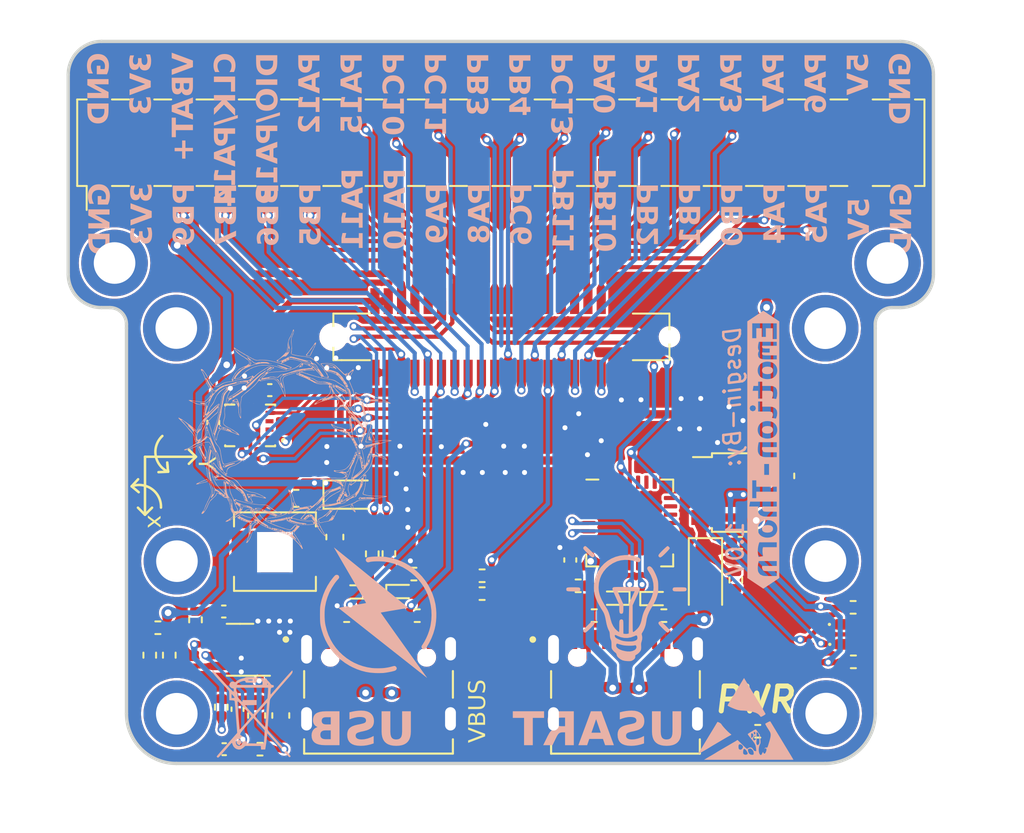
<source format=kicad_pcb>
(kicad_pcb (version 20221018) (generator pcbnew)
  (layers (0 "F.Cu" signal) (31 "B.Cu" signal) (34 "B.Paste" user) (35 "F.Paste" user) (36 "B.SilkS" user "B.Silkscreen") (37 "F.SilkS" user "F.Silkscreen") (38 "B.Mask" user) (39 "F.Mask" user) (44 "Edge.Cuts" user))
  (net 0 "")
  (net 1 "Net-(C1-Pad1)")
  (net 2 "Net-(U1-SW)")
  (net 3 "GND")
  (net 4 "3V3")
  (net 5 "VBUS1")
  (net 6 "Net-(U1-VCC)")
  (net 7 "VBUS")
  (net 8 "/TYPE-C/USART_USB_DN")
  (net 9 "/MCU.USB_DN")
  (net 10 "/TYPE-C/USART_USB_DP")
  (net 11 "/MCU.USB_DP")
  (net 12 "Net-(D7-A)")
  (net 13 "Net-(D8-A)")
  (net 14 "/VBAT_Pin")
  (net 15 "/SWCLK-L")
  (net 16 "/MCU.USB_CC1")
  (net 17 "/SWDIO-L")
  (net 18 "/IMU.BMI270_EXIT")
  (net 19 "/MCU.USB_CC2")
  (net 20 "/PA8")
  (net 21 "/PC6")
  (net 22 "/PB11")
  (net 23 "/PC13")
  (net 24 "/PB10")
  (net 25 "/PB2")
  (net 26 "/PA2")
  (net 27 "/PB0")
  (net 28 "/PA3")
  (net 29 "/PA7")
  (net 30 "/PA4")
  (net 31 "/PA6")
  (net 32 "/PA5")
  (net 33 "Net-(U1-BST)")
  (net 34 "Net-(U1-EN{slash}SYNC)")
  (net 35 "Net-(U1-PG)")
  (net 36 "Net-(U1-FB)")
  (net 37 "Net-(R4-Pad2)")
  (net 38 "Net-(U4-~{RST})")
  (net 39 "/TYPE-C/USART_USB_CC1")
  (net 40 "/TYPE-C/USART_USB_CC2")
  (net 41 "ADC_VBUS")
  (net 66 "USB_DP")
  (net 67 "USB_DN")
  (net 68 "/MCU.USART3_RX")
  (net 69 "/MCU.USART3_TX")
  (net 70 "/PB7")
  (net 71 "+5V")
  (net 72 "Net-(D9-A)")
  (net 73 "/IMU.BMI270_MOSI")
  (net 74 "/PA15")
  (net 75 "/PA0")
  (net 76 "/PB1")
  (net 77 "/IMU.BMI270_CS")
  (net 78 "/IMU.BMI270_MISO")
  (net 79 "/IMU.BMI270_CLK")
  (footprint "Diode_SMD:D_SOD-323" (layer "F.Cu") (at 127.925 93.25)
    (fp_text reference "D1" hide)
    (fp_text value "LESD3Z5.0CMT1G")
  )
  (footprint "Resistor_SMD:R_0402_1005Metric" (layer "F.Cu") (at 117.05 102.9 90)
    (fp_text reference "R4" hide)
    (fp_text value "51K")
  )
  (footprint "Resistor_SMD:R_0402_1005Metric" (layer "F.Cu") (at 131.75 98.025)
    (fp_text reference "R7" hide)
    (fp_text value "0R")
  )
  (footprint "Resistor_SMD:R_0402_1005Metric" (layer "F.Cu") (at 129.25 96.809999 90)
    (fp_text reference "R20" hide)
    (fp_text value "22R")
  )
  (footprint "Capacitor_SMD:C_0402_1005Metric" (layer "F.Cu") (at 141.15 97.18 -90)
    (fp_text reference "C8" hide)
    (fp_text value "1uF")
  )
  (footprint "Capacitor_SMD:C_0402_1005Metric" (layer "F.Cu") (at 123.09 86.97 180)
    (fp_text reference "C9" hide)
    (fp_text value "100nF")
  )
  (footprint "Thorn_Library:XDCR_BMI270" (layer "F.Cu") (at 121.91 89.09 180)
    (fp_text reference "U5" hide)
    (fp_text value "BMI270")
  )
  (footprint "LED_SMD:LED_0402_1005Metric_Pad0.77x0.64mm_HandSolder" (layer "F.Cu") (at 157.988934 101.05)
    (fp_text reference "D7" hide)
    (fp_text value "Blue")
  )
  (footprint "Connector_Wire:SolderWirePad_1x01_SMD_1x2mm" (layer "F.Cu") (at 136.91 106.9)
    (fp_text reference "J3" hide)
    (fp_text value "Conn_01x01_Pin")
  )
  (footprint "Package_DFN_QFN:QFN-28-1EP_5x5mm_P0.5mm_EP3.35x3.35mm" (layer "F.Cu") (at 144.725 94.955)
    (fp_text reference "U4" hide)
    (fp_text value "CP2102N-Axx-xQFN28")
  )
  (footprint "Resistor_SMD:R_0402_1005Metric" (layer "F.Cu") (at 116.365 101.25)
    (fp_text reference "R5" hide)
    (fp_text value "41.2K")
  )
  (footprint "Resistor_SMD:R_0402_1005Metric" (layer "F.Cu") (at 141.625 98.73)
    (fp_text reference "R8" hide)
    (fp_text value "10K")
  )
  (footprint "Thorn_Library:Typc-C-16P" (layer "F.Cu") (at 129.625 101.955)
    (fp_text reference "U3" hide)
    (fp_text value "USB_C_16P")
  )
  (footprint "Power_System:Afflatus-outline" (layer "F.Cu") (at 136.91 87.71)
    (fp_text reference "J4" hide)
    (fp_text value "~")
    (fp_line (start -25.93373 -19.698018) (end -25.93373 -7.70125) (stroke (width 0.2)) (layer "Edge.Cuts"))
    (fp_line (start -23.93373 -21.698018) (end 24.06627 -21.698018) (stroke (width 0.2)) (layer "Edge.Cuts"))
    (fp_line (start -23.93373 -5.70125) (end -23.43373 -5.70125) (stroke (width 0.2)) (layer "Edge.Cuts"))
    (fp_line (start -22.43373 -4.460785) (end -22.43373 -4.70125) (stroke (width 0.2)) (layer "Edge.Cuts"))
    (fp_line (start -22.43373 18.698019) (end -22.43373 -4.460785) (stroke (width 0.2)) (layer "Edge.Cuts"))
    (fp_line (start -19.43373 21.698019) (end 19.56627 21.698019) (stroke (width 0.2)) (layer "Edge.Cuts"))
    (fp_line (start 22.56627 -4.70125) (end 22.56627 -4.460785) (stroke (width 0.2)) (layer "Edge.Cuts"))
    (fp_line (start 22.56627 -4.460785) (end 22.56627 18.698019) (stroke (width 0.2)) (layer "Edge.Cuts"))
    (fp_line (start 23.56627 -5.70125) (end 24.06627 -5.70125) (stroke (width 0.2)) (layer "Edge.Cuts"))
    (fp_line (start 26.06627 -19.698018) (end 26.06627 -7.70125) (stroke (width 0.2)) (layer "Edge.Cuts"))
    (fp_arc (start -25.93373 -19.698018) (mid -25.347944 -21.112232) (end -23.93373 -21.698018) (stroke (width 0.2)) (layer "Edge.Cuts"))
    (fp_arc (start -23.93373 -5.70125) (mid -25.347944 -6.287036) (end -25.93373 -7.70125) (stroke (width 0.2)) (layer "Edge.Cuts"))
    (fp_arc (start -23.43373 -5.70125) (mid -22.726623 -5.408357) (end -22.43373 -4.70125) (stroke (width 0.2)) (layer "Edge.Cuts"))
    (fp_arc (start -19.43373 21.698019) (mid -21.55505 20.819339) (end -22.43373 18.698019) (stroke (width 0.2)) (layer "Edge.Cuts"))
    (fp_arc (start 22.56627 -4.70125) (mid 22.85915 -5.408364) (end 23.56627 -5.70125) (stroke (width 0.2)) (layer "Edge.Cuts"))
    (fp_arc (start 22.56627 18.698019) (mid 21.687588 20.819337) (end 19.56627 21.698019) (stroke (width 0.2)) (layer "Edge.Cuts"))
    (fp_arc (start 24.06627 -21.698018) (mid 25.480509 -21.112243) (end 26.06627 -19.698018) (stroke (width 0.2)) (layer "Edge.Cuts"))
    (fp_arc (start 26.06627 -7.70125) (mid 25.48047 -6.287044) (end 24.06627 -5.70125) (stroke (width 0.2)) (layer "Edge.Cuts"))
  )
  (footprint "Resistor_SMD:R_0402_1005Metric" (layer "F.Cu") (at 135.85 99.2)
    (fp_text reference "R18" hide)
    (fp_text value "200K")
  )
  (footprint "Capacitor_SMD:C_0402_1005Metric" (layer "F.Cu") (at 120.325 100.275)
    (fp_text reference "C1" hide)
    (fp_text value "100nF")
  )
  (footprint "Resistor_SMD:R_0402_1005Metric" (layer "F.Cu") (at 158.163934 103.3)
    (fp_text reference "R15" hide)
    (fp_text value "1K")
  )
  (footprint "Resistor_SMD:R_0402_1005Metric" (layer "F.Cu") (at 122.5 108.55 180)
    (fp_text reference "R3" hide)
    (fp_text value "100K")
  )
  (footprint "Inductor_SMD:L_Sunlord_MWSA0402S" (layer "F.Cu") (at 123.4 96.675)
    (fp_text reference "L1" hide)
    (fp_text value "L")
  )
  (footprint "Resistor_SMD:R_0402_1005Metric" (layer "F.Cu") (at 151.1 98.384999 -90)
    (fp_text reference "R13" hide)
    (fp_text value "0R")
  )
  (footprint "Resistor_SMD:R_0402_1005Metric" (layer "F.Cu") (at 146.773375 100.523375)
    (fp_text reference "R10" hide)
    (fp_text value "5.1K")
  )
  (footprint "Diode_SMD:D_SOD-123" (layer "F.Cu") (at 149.275 98.225 -90)
    (fp_text reference "D6" hide)
    (fp_text value "1N5819WS")
  )
  (footprint "Capacitor_SMD:C_0402_1005Metric" (layer "F.Cu") (at 119.69 88.91 90)
    (fp_text reference "C10" hide)
    (fp_text value "100nF")
  )
  (footprint "Diode_SMD:D_SOD-923" (layer "F.Cu") (at 143.850875 99.473375 180)
    (fp_text reference "D2" hide)
    (fp_text value "ESD9B5.0ST5G")
  )
  (footprint "Diode_SMD:D_SOD-923" (layer "F.Cu") (at 128.425 99.1 180)
    (fp_text reference "D3" hide)
    (fp_text value "ESD9B5.0ST5G")
  )
  (footprint "Capacitor_SMD:C_0603_1608Metric" (layer "F.Cu") (at 127 95.8 -90)
    (fp_text reference "C2" hide)
    (fp_text value "22uF")
  )
  (footprint "Capacitor_SMD:C_0603_1608Metric" (layer "F.Cu") (at 154.1 92.125 90)
    (fp_text reference "C14" hide)
    (fp_text value "22uF")
  )
  (footprint "Resistor_SMD:R_0402_1005Metric" (layer "F.Cu") (at 127.709999 100.525 180)
    (fp_text reference "R11" hide)
    (fp_text value "5.1K")
  )
  (footprint "Capacitor_SMD:C_0603_1608Metric" (layer "F.Cu") (at 123.75 106.525 -90)
    (fp_text reference "C4" hide)
    (fp_text value "10uF")
  )
  (footprint "LED_SMD:LED_0402_1005Metric_Pad0.77x0.64mm_HandSolder" (layer "F.Cu") (at 152.27 108.51)
    (fp_text reference "D9" hide)
    (fp_text value "Yllow")
  )
  (footprint "Power_System:BTB_0.8_2X20P_M" (layer "F.Cu") (at 137.01 83.77 90)
    (fp_text reference "j1" hide)
    (fp_text value "~")
  )
  (footprint "Resistor_SMD:R_0402_1005Metric" (layer "F.Cu") (at 131.95 100.525)
    (fp_text reference "R12" hide)
    (fp_text value "5.1K")
  )
  (footprint "Resistor_SMD:R_0402_1005Metric" (layer "F.Cu") (at 120.175 106.025 -90)
    (fp_text reference "R2" hide)
    (fp_text value "100K")
  )
  (footprint "Resistor_SMD:R_0402_1005Metric" (layer "F.Cu") (at 152.415002 107.472235)
    (fp_text reference "R22" hide)
    (fp_text value "3.3K")
  )
  (footprint "Resistor_SMD:R_0402_1005Metric" (layer "F.Cu") (at 135.85 98.125 180)
    (fp_text reference "R19" hide)
    (fp_text value "40.2K")
  )
  (footprint "Resistor_SMD:R_0402_1005Metric" (layer "F.Cu") (at 115.875 102.9 -90)
    (fp_text reference "R6" hide)
    (fp_text value "13K")
  )
  (footprint "Resistor_SMD:R_0402_1005Metric" (layer "F.Cu") (at 158.148933 100.025)
    (fp_text reference "R14" hide)
    (fp_text value "1K")
  )
  (footprint "Diode_SMD:D_SOD-923" (layer "F.Cu") (at 130.95 99.075)
    (fp_text reference "D5" hide)
    (fp_text value "ESD9B5.0ST5G")
  )
  (footprint "Capacitor_SMD:C_0402_1005Metric" (layer "F.Cu") (at 151.375 96.15)
    (fp_text reference "C13" hide)
    (fp_text value "10uF")
  )
  (footprint "Package_TO_SOT_SMD:SOT-89-3" (layer "F.Cu") (at 151.025 93.125)
    (fp_text reference "U6" hide)
    (fp_text value "AMS1117")
  )
  (footprint "Connector_PinHeader_2.54mm:PinHeader_2x20_P2.54mm_Vertical_SMD" (layer "F.Cu") (at 136.975 72.100001 90)
    (fp_text reference "J2" hide)
    (fp_text value "Conn_02x20_Odd_Even")
  )
  (footprint "Thorn_Library:Typc-C-16P" (layer "F.Cu") (at 144.466625 101.958375)
    (fp_text reference "U2" hide)
    (fp_text value "USB_C_16P")
  )
  (footprint "Resistor_SMD:R_0402_1005Metric" (layer "F.Cu") (at 142.588376 100.523375 180)
    (fp_text reference "R9" hide)
    (fp_text value "5.1K" hide)
  )
  (footprint "Resistor_SMD:R_0402_1005Metric" (layer "F.Cu") (at 130.25 96.8 90)
    (fp_text reference "R21" hide)
    (fp_text value "22R")
  )
  (footprint "Diode_SMD:D_SOD-923" (layer "F.Cu") (at 146.216625 99.498375)
    (fp_text reference "D4" hide)
    (fp_text value "ESD9B5.0ST5G" hide)
  )
  (footprint "Capacitor_SMD:C_0402_1005Metric" (layer "F.Cu") (at 120.35 108.55 180)
    (fp_text reference "C7" hide)
    (fp_text value "100nF")
  )
  (footprint "Resistor_SMD:R_0402_1005Metric" (layer "F.Cu") (at 118.625 100.775 90)
    (fp_text reference "R1" hide)
    (fp_text value "22R")
  )
  (footprint "Capacitor_SMD:C_0402_1005Metric" (layer "F.Cu") (at 121.15 106.15 -90)
    (fp_text reference "C6" hide)
    (fp_text value "100nF")
  )
  (footprint "Package_TO_SOT_SMD:TSOT-23-8" (layer "F.Cu") (at 121.3 102.575 180)
    (fp_text reference "U1" hide)
    (fp_text value "~")
  )
  (footprint "Capacitor_SMD:C_0603_1608Metric" (layer "F.Cu") (at 122.3 106.525 -90)
    (fp_text reference "C5" hide)
    (fp_text value "10uF")
  )
  (footprint "Capacitor_SMD:C_0603_1608Metric" (layer "F.Cu") (at 124.675 93.475)
    (fp_text reference "C3" hide)
    (fp_text value "22uF")
  )
  (footprint "LED_SMD:LED_0402_1005Metric_Pad0.77x0.64mm_HandSolder" (layer "F.Cu") (at 158.013934 102.250002)
    (fp_text reference "D8" hide)
    (fp_text value "Yellow")
  )
  (footprint "LOGO" (layer "B.Cu") (at 123.410275 89.602358 -45)
    (fp_text reference "G***" hide)
    (fp_text value "LOGO" hide)
  )
  (footprint "LOGO" (layer "B.Cu") (at 121.799227 106.324518 180)
    (fp_text reference "G***" hide)
    (fp_text value "LOGO" hide)
  )
  (footprint "LOGO" (layer "B.Cu") (at 129.6 100.325 180)
    (fp_text reference "G***" hide)
    (fp_text value "LOGO" hide)
  )
  (footprint "Thorn_Library:ESD_Logo" (layer "B.Cu") (at 151.6 106.675 180)
    (fp_text reference "G***" hide)
    (fp_text value "LOGO" hide)
  )
  (footprint "kibuzzard-63E5B3C4" (layer "B.Cu") (at 152.75 90.55 -90)
    (fp_text reference "kibuzzard-63E5B3C4" hide)
    (fp_text value "G***" hide)
  )
  (footprint "LOGO" (layer "B.Cu") (at 143.969234 99.832686 180)
    (fp_text reference "G***" hide)
    (fp_text value "LOGO" hide)
  )
  (gr_line (start 118.65 90.975) (end 118.225001 90.550001) (stroke (width 0.15)) (layer "F.SilkS"))
  (gr_line (start 114.787783 92.750749) (end 115.176691 92.326484) (stroke (width 0.15)) (layer "F.SilkS"))
  (gr_line (start 115.59 90.975) (end 118.65 90.975) (stroke (width 0.15)) (layer "F.SilkS"))
  (gr_line (start 116.975 91.874999) (end 116.925 91.325) (stroke (width 0.15)) (layer "F.SilkS"))
  (gr_line (start 116.925 91.325) (end 116.975 91.874999) (stroke (width 0.15)) (layer "F.SilkS"))
  (gr_line (start 118.65 90.975) (end 118.225001 91.399999) (stroke (width 0.15)) (layer "F.SilkS"))
  (gr_arc (start 114.787783 92.750749) (mid 116.01 92.92) (end 116.550118 94.029395) (stroke (width 0.15)) (layer "F.SilkS"))
  (gr_line (start 116.975 91.874999) (end 116.4 91.9) (stroke (width 0.15)) (layer "F.SilkS"))
  (gr_line (start 115.212047 93.104301) (end 114.787783 92.750749) (stroke (width 0.15)) (layer "F.SilkS"))
  (gr_line (start 115.59 90.98) (end 115.59 94.46) (stroke (width 0.15)) (layer "F.SilkS"))
  (gr_arc (start 116.975 91.874999) (mid 116.230451 90.891075) (end 116.632981 89.724701) (stroke (width 0.15)) (layer "F.SilkS"))
  (gr_line (start 115.59 94.46) (end 115.165 94.035) (stroke (width 0.15)) (layer "F.SilkS"))
  (gr_line (start 115.59 94.46) (end 116.015 94.035) (stroke (width 0.15)) (layer "F.SilkS"))
  (gr_text "PA12" (at 126.289474 66.68 90) (layer "B.SilkS") (effects (font (size 1.25 1.25) (thickness 0.2) bold italic) (justify left bottom mirror)))
  (gr_text "PA5" (at 156.773942 74.51 90) (layer "B.SilkS") (effects (font (size 1.25 1.25) (thickness 0.2) bold italic) (justify left bottom mirror)))
  (gr_text "PB7" (at 121.276578 74.51 90) (layer "B.SilkS") (effects (font (size 1.25 1.25) (thickness 0.2) bold italic) (justify left bottom mirror)))
  (gr_text "PB5" (at 126.34763 74.51 90) (layer "B.SilkS") (effects (font (size 1.25 1.25) (thickness 0.2) bold italic) (justify left bottom mirror)))
  (gr_text "PB3" (at 136.431578 66.68 90) (layer "B.SilkS") (effects (font (size 1.25 1.25) (thickness 0.2) bold italic) (justify left bottom mirror)))
  (gr_text "PC13" (at 141.50263 66.68 90) (layer "B.SilkS") (effects (font (size 1.25 1.25) (thickness 0.2) bold italic) (justify left bottom mirror)))
  (gr_text "PC11" (at 133.896052 66.68 90) (layer "B.SilkS") (effects (font (size 1.25 1.25) (thickness 0.2) bold italic) (justify left bottom mirror)))
  (gr_text "PB1" (at 149.167364 74.51 90) (layer "B.SilkS") (effects (font (size 1.25 1.25) (thickness 0.2) bold italic) (justify left bottom mirror)))
  (gr_text "USB" (at 131.825 108.65) (layer "B.SilkS") (effects (font (size 2 2) (thickness 0.2) bold italic) (justify left bottom mirror)))
  (gr_text "PA15" (at 128.825 66.68 90) (layer "B.SilkS") (effects (font (size 1.25 1.25) (thickness 0.2) bold italic) (justify left bottom mirror)))
  (gr_text "PC6" (at 139.02526 74.51 90) (layer "B.SilkS") (effects (font (size 1.25 1.25) (thickness 0.2) bold italic) (justify left bottom mirror)))
  (gr_text "Desgin-By:" (at 151.474999 83.025 90) (layer "B.SilkS") (effects (font (size 1 1) (thickness 0.15) italic) (justify left bottom mirror)))
  (gr_text "PA9" (at 133.954208 74.51 90) (layer "B.SilkS") (effects (font (size 1.25 1.25) (thickness 0.2) bold italic) (justify left bottom mirror)))
  (gr_text "5V" (at 159.251312 66.68 90) (layer "B.SilkS") (effects (font (size 1.25 1.25) (thickness 0.2) bold italic) (justify left bottom mirror)))
  (gr_text "VBAT+" (at 118.682896 66.68 90) (layer "B.SilkS") (effects (font (size 1.25 1.25) (thickness 0.2) bold italic) (justify left bottom mirror)))
  (gr_text "PA1" (at 146.573682 66.68 90) (layer "B.SilkS") (effects (font (size 1.25 1.25) (thickness 0.2) bold italic) (justify left bottom mirror)))
  (gr_text "GND" (at 161.786844 66.68 90) (layer "B.SilkS") (effects (font (size 1.25 1.25) (thickness 0.2) bold italic) (justify left bottom mirror)))
  (gr_text "3V3" (at 116.14737 66.68 90) (layer "B.SilkS") (effects (font (size 1.25 1.25) (thickness 0.2) bold italic) (justify left bottom mirror)))
  (gr_text "CLK/PA14" (at 121.218422 66.68 90) (layer "B.SilkS") (effects (font (size 1.25 1.25) (thickness 0.2) bold italic) (justify left bottom mirror)))
  (gr_text "1.0V" (at 151.65 94.8 90) (layer "B.SilkS") (effects (font (size 1 1)) (justify left bottom mirror)))
  (gr_text "PA8" (at 136.489734 74.51 90) (layer "B.SilkS") (effects (font (size 1.25 1.25) (thickness 0.2) bold italic) (justify left bottom mirror)))
  (gr_text "PB10" (at 144.096312 73.635611 90) (layer "B.SilkS") (effects (font (size 1.25 1.25) (thickness 0.2) bold italic) (justify left bottom mirror)))
  (gr_text "PA4" (at 154.238416 74.51 90) (layer "B.SilkS") (effects (font (size 1.25 1.25) (thickness 0.2) bold italic) (justify left bottom mirror)))
  (gr_text "PA0" (at 144.038156 66.68 90) (layer "B.SilkS") (effects (font (size 1.25 1.25) (thickness 0.2) bold italic) (justify left bottom mirror)))
  (gr_text "PA11" (at 128.883156 73.635611 90) (layer "B.SilkS") (effects (font (size 1.25 1.25) (thickness 0.2) bold italic) (justify left bottom mirror)))
  (gr_text "5V" (at 159.309468 75.38439 90) (layer "B.SilkS") (effects (font (size 1.25 1.25) (thickness 0.2) bold italic) (justify left bottom mirror)))
  (gr_text "PB4" (at 138.967104 66.68 90) (layer "B.SilkS") (effects (font (size 1.25 1.25) (thickness 0.2) bold italic) (justify left bottom mirror)))
  (gr_text "GND" (at 113.67 74.51 90) (layer "B.SilkS") (effects (font (size 1.25 1.25) (thickness 0.2) bold italic) (justify left bottom mirror)))
  (gr_text "PB0" (at 151.70289 74.51 90) (layer "B.SilkS") (effects (font (size 1.25 1.25) (thickness 0.2) bold italic) (justify left bottom mirror)))
  (gr_text "PB2" (at 146.631838 74.51 90) (layer "B.SilkS") (effects (font (size 1.25 1.25) (thickness 0.2) bold italic) (justify left bottom mirror)))
  (gr_text "PA6" (at 156.715786 66.68 90) (layer "B.SilkS") (effects (font (size 1.25 1.25) (thickness 0.2) bold italic) (justify left bottom mirror)))
  (gr_text "3V3" (at 116.205526 74.51 90) (layer "B.SilkS") (effects (font (size 1.25 1.25) (thickness 0.2) bold italic) (justify left bottom mirror)))
  (gr_text "PB6" (at 123.812104 74.51 90) (layer "B.SilkS") (effects (font (size 1.25 1.25) (thickness 0.2) bold italic) (justify left bottom mirror)))
  (gr_text "PC10" (at 131.360526 66.68 90) (layer "B.SilkS") (effects (font (size 1.25 1.25) (thickness 0.2) bold italic) (justify left bottom mirror)))
  (gr_text "PB9" (at 118.741052 74.51 90) (layer "B.SilkS") (effects (font (size 1.25 1.25) (thickness 0.2) bold italic) (justify left bottom mirror)))
  (gr_text "PA2" (at 149.109208 66.68 90) (layer "B.SilkS") (effects (font (size 1.25 1.25) (thickness 0.2) bold italic) (justify left bottom mirror)))
  (gr_text "PA10" (at 131.418682 73.635611 90) (layer "B.SilkS") (effects (font (size 1.25 1.25) (thickness 0.2) bold italic) (justify left bottom mirror)))
  (gr_text "GND" (at 113.611844 66.68 90) (layer "B.SilkS") (effects (font (size 1.25 1.25) (thickness 0.2) bold italic) (justify left bottom mirror)))
  (gr_text "PB11" (at 141.560786 73.635611 90) (layer "B.SilkS") (effects (font (size 1.25 1.25) (thickness 0.2) bold italic) (justify left bottom mirror)))
  (gr_text "PA3" (at 151.644734 66.68 90) (layer "B.SilkS") (effects (font (size 1.25 1.25) (thickness 0.2) bold italic) (justify left bottom mirror)))
  (gr_text "PA7" (at 154.18026 66.68 90) (layer "B.SilkS") (effects (font (size 1.25 1.25) (thickness 0.2) bold italic) (justify left bottom mirror)))
  (gr_text "USART" (at 148.075 108.65) (layer "B.SilkS") (effects (font (size 2 2) (thickness 0.2) bold italic) (justify left bottom mirror)))
  (gr_text "GND" (at 161.845 74.51 90) (layer "B.SilkS") (effects (font (size 1.25 1.25) (thickness 0.2) bold italic) (justify left bottom mirror)))
  (gr_text "DIO/PA13" (at 123.753948 66.68 90) (layer "B.SilkS") (effects (font (size 1.25 1.25) (thickness 0.2) bold italic) (justify left bottom mirror)))
  (gr_text "VBUS" (at 136.2 108.18 90) (layer "F.SilkS") (effects (font (size 1 1)) (justify left bottom)))
  (gr_text "x" (at 115.59 94.46 -90) (layer "F.SilkS") (effects (font (size 1 1)) (justify left bottom)))
  (gr_text "Y\n" (at 118.65 90.975 270) (layer "F.SilkS") (effects (font (size 1 1)) (justify left bottom)))
  (gr_text "PWR" (at 149.675 106.45) (layer "F.SilkS") (effects (font (size 1.5 1.5) (thickness 0.3) bold italic) (justify left bottom)))
  (segment (start 119.7575 100.275) (end 118.635 100.275) (width 0.3) (layer "F.Cu") (net 1))
  (segment (start 140.525 96.38) (end 140.6 96.455) (width 0.2) (layer "F.Cu") (net 3))
  (segment (start 147.283375 100.523375) (end 147.283375 100.145125) (width 0.3) (layer "F.Cu") (net 3))
  (segment (start 147.283375 100.145125) (end 146.636625 99.498375) (width 0.3) (layer "F.Cu") (net 3))
  (segment (start 143.128376 99.473375) (end 142.078376 100.523375) (width 0.3) (layer "F.Cu") (net 3))
  (segment (start 143.430875 99.473375) (end 143.128376 99.473375) (width 0.3) (layer "F.Cu") (net 3))
  (segment (start 140.575 96.43) (end 140.525 96.43) (width 0.2) (layer "F.Cu") (net 3))
  (segment (start 142.078376 100.523375) (end 141.416625 101.185126) (width 0.3) (layer "F.Cu") (net 3))
  (segment (start 141.15 96.7) (end 140.845 96.7) (width 0.2) (layer "F.Cu") (net 3))
  (segment (start 140.525 96.43) (end 140.525 96.38) (width 0.2) (layer "F.Cu") (net 3))
  (segment (start 140.845 96.7) (end 140.575 96.43) (width 0.2) (layer "F.Cu") (net 3))
  (segment (start 127.14 99.93) (end 127.14 100.465001) (width 0.25) (layer "F.Cu") (net 3))
  (segment (start 147.816625 101.958375) (end 147.816625 101.056625) (width 0.3) (layer "F.Cu") (net 3))
  (segment (start 147.816625 101.056625) (end 147.283375 100.523375) (width 0.3) (layer "F.Cu") (net 3))
  (segment (start 141.416625 101.185126) (end 141.416625 101.958375) (width 0.3) (layer "F.Cu") (net 3))
  (segment (start 123.75 107.3) (end 121.7325 107.3) (width 0.3) (layer "F.Cu") (net 3))
  (segment (start 121.7325 107.3) (end 121.15 106.7175) (width 0.3) (layer "F.Cu") (net 3))
  (via (at 121.375 103.9) (size 0.5) (drill 0.3) (layers "F.Cu" "B.Cu") (net 3))
  (via (at 131.39 95.22) (size 0.5) (drill 0.3) (layers "F.Cu" "B.Cu") (net 3))
  (via (at 140.525 96.43) (size 0.5) (drill 0.3) (layers "F.Cu" "B.Cu") (net 3))
  (via (at 151.53 88.8) (size 0.5) (drill 0.3) (layers "F.Cu" "B.Cu") (net 3))
  (via (at 123.675 101.525) (size 0.5) (drill 0.3) (layers "F.Cu" "B.Cu") (net 3))
  (via (at 124.3 101.525) (size 0.5) (drill 0.3) (layers "F.Cu" "B.Cu") (net 3))
  (via (at 142.182685 90.851457) (size 0.5) (drill 0.3) (layers "F.Cu" "B.Cu") (net 3))
  (via (at 130.7 91.98) (size 0.5) (drill 0.3) (layers "F.Cu" "B.Cu") (net 3))
  (via (at 141.657315 88.388543) (size 0.5) (drill 0.3) (layers "F.Cu" "B.Cu") (net 3))
  (via (at 150 90.12) (size 0.5) (drill 0.3) (layers "F.Cu" "B.Cu") (net 3))
  (via (at 127.06 85.04) (size 0.5) (drill 0.3) (layers "F.Cu" "B.Cu") (net 3))
  (via (at 140.83 89.23) (size 0.5) (drill 0.3) (layers "F.Cu" "B.Cu") (net 3))
  (via (at 145.4 87.55) (size 0.5) (drill 0.3) (layers "F.Cu" "B.Cu") (net 3))
  (via (at 123.675 100.85) (size 0.5) (drill 0.3) (layers "F.Cu" "B.Cu") (net 3))
  (via (at 131.54 97.23) (size 0.5) (drill 0.3) (layers "F.Cu" "B.Cu") (net 3))
  (via (at 138.4 91.92) (size 0.5) (drill 0.3) (layers "F.Cu" "B.Cu") (net 3))
  (via (at 137.24 91.92) (size 0.5) (drill 0.3) (layers "F.Cu" "B.Cu") (net 3))
  (via (at 123.025 100.85) (size 0.5) (drill 0.3) (layers "F.Cu" "B.Cu") (net 3))
  (via (at 128.57 90.34) (size 0.5) (drill 0.3) (layers "F.Cu" "B.Cu") (net 3))
  (via (at 120.72 86.86) (size 0.5) (drill 0.3) (layers "F.Cu" "B.Cu") (net 3))
  (via (at 130.91 90.34) (size 0.5) (drill 0.3) (layers "F.Cu" "B.Cu") (net 3))
  (via (at 134.71 91.92) (size 0.5) (drill 0.3) (layers "F.Cu" "B.Cu") (net 3))
  (via (at 133.4 90.37) (size 0.5) (drill 0.3) (layers "F.Cu" "B.Cu") (net 3))
  (via (at 131.28 92.91) (size 0.5) (drill 0.3) (layers "F.Cu" "B.Cu") (net 3))
  (via (at 121.375 103.075) (size 0.5) (drill 0.3) (layers "F.Cu" "B.Cu") (net 3))
  (via (at 147.81 87.48) (size 0.5) (drill 0.3) (layers "F.Cu" "B.Cu") (net 3))
  (via (at 125.9 85.075) (size 0.5) (drill 0.3) (layers "F.Cu" "B.Cu") (net 3))
  (via (at 126.51 85.64) (size 0.5) (drill 0.3) (layers "F.Cu" "B.Cu") (net 3))
  (via (at 147.73 89.3) (size 0.5) (drill 0.3) (layers "F.Cu" "B.Cu") (net 3))
  (via (at 143.01 90.01) (size 0.5) (drill 0.3) (layers "F.Cu" "B.Cu") (net 3))
  (via (at 136.07 89.03) (size 0.5) (drill 0.3) (layers "F.Cu" "B.Cu") (net 3))
  (via (at 135.864596 91.92) (size 0.5) (drill 0.3) (layers "F.Cu" "B.Cu") (net 3))
  (via (at 121.55 86.84) (size 0.5) (drill 0.3) (layers "F.Cu" "B.Cu") (net 3))
  (via (at 148.99 87.47) (size 0.5) (drill 0.3) (layers "F.Cu" "B.Cu") (net 3))
  (via (at 131.38 94.15) (size 0.5) (drill 0.3) (layers "F.Cu" "B.Cu") (net 3))
  (via (at 121.57 86.12) (size 0.5) (drill 0.3) (layers "F.Cu" "B.Cu") (net 3))
  (via (at 127.14 99.93) (size 0.5) (drill 0.3) (layers "F.Cu" "B.Cu") (net 3))
  (via (at 124.325 100.85) (size 0.5) (drill 0.3) (layers "F.Cu" "B.Cu") (net 3))
  (via (at 122.375 100.85) (size 0.5) (drill 0.3) (layers "F.Cu" "B.Cu") (net 3))
  (via (at 144.22 87.56) (size 0.5) (drill 0.3) (layers "F.Cu" "B.Cu") (net 3))
  (via (at 126.52 90.36) (size 0.5) (drill 0.3) (layers "F.Cu" "B.Cu") (net 3))
  (via (at 127.83 86.23) (size 0.5) (drill 0.3) (layers "F.Cu" "B.Cu") (net 3))
  (via (at 137.15 90.34) (size 0.5) (drill 0.3) (layers "F.Cu" "B.Cu") (net 3))
  (via (at 126.51 91.32) (size 0.5) (drill 0.3) (layers "F.Cu" "B.Cu") (net 3))
  (via (at 150.688543 87.972685) (size 0.5) (drill 0.3) (layers "F.Cu" "B.Cu") (net 3))
  (via (at 128.41 85.62) (size 0.5) (drill 0.3) (layers "F.Cu" "B.Cu") (net 3))
  (via (at 148.91 89.29) (size 0.5) (drill 0.3) (layers "F.Cu" "B.Cu") (net 3))
  (via (at 138.39 90.34) (size 0.5) (drill 0.3) (layers "F.Cu" "B.Cu") (net 3))
  (segment (start 156.15 99.975) (end 156.175 100) (width 0.3) (layer "F.Cu") (net 4))
  (segment (start 119.7 88.42) (end 119.7 86.25) (width 0.25) (layer "F.Cu") (net 4))
  (segment (start 156.2 99.975) (end 156.15 99.975) (width 0.3) (layer "F.Cu") (net 4))
  (segment (start 154.1 92.9) (end 153.875 93.125) (width 0.5) (layer "F.Cu") (net 4))
  (segment (start 127.33 87.65) (end 127.33 92.39) (width 0.4) (layer "F.Cu") (net 4))
  (segment (start 119.7 86.25) (end 120.5 85.45) (width 0.25) (layer "F.Cu") (net 4))
  (segment (start 132.26 98.025) (end 132.26 92.385) (width 0.5) (layer "F.Cu") (net 4))
  (segment (start 116.975 100.4) (end 116.975 100.35) (width 0.3) (layer "F.Cu") (net 4))
  (segment (start 127.5 92.04) (end 127.35 92.04) (width 0.4) (layer "F.Cu") (net 4))
  (segment (start 120.7475 88.34) (end 119.78 88.34) (width 0.2) (layer "F.Cu") (net 4))
  (segment (start 149.575 93.125) (end 151.125 91.575) (width 0.5) (layer "F.Cu") (net 4))
  (segment (start 115.385 74.625001) (end 115.385 76.085) (width 0.5) (layer "F.Cu") (net 4))
  (segment (start 151.905002 107.472235) (end 151.905002 106.434998) (width 0.3) (layer "F.Cu") (net 4))
  (segment (start 149.675 88.425) (end 142.975 88.425) (width 0.5) (layer "F.Cu") (net 4))
  (segment (start 122.62 83.6) (end 122.62 86.96) (width 0.4) (layer "F.Cu") (net 4))
  (segment (start 140.2 91.2) (end 131.075 91.2) (width 0.5) (layer "F.Cu") (net 4))
  (segment (start 122.41 88.1775) (end 122.41 87.17) (width 0.2) (layer "F.Cu") (net 4))
  (segment (start 130.21 81.62) (end 124.36 81.62) (width 0.4) (layer "F.Cu") (net 4))
  (segment (start 151.905002 106.434998) (end 155.015 103.325) (width 0.3) (layer "F.Cu") (net 4))
  (segment (start 128.025 92.1) (end 127.7925 92.3325) (width 0.4) (layer "F.Cu") (net 4))
  (segment (start 129.06 85.92) (end 127.33 87.65) (width 0.4) (layer "F.Cu") (net 4))
  (segment (start 151.125 89.875) (end 149.675 88.425) (width 0.5) (layer "F.Cu") (net 4))
  (segment (start 116.875 100.5) (end 116.975 100.4) (width 0.3) (layer "F.Cu") (net 4))
  (segment (start 157.638933 100.025) (end 156.2 100.025) (width 0.3) (layer "F.Cu") (net 4))
  (segment (start 157.653934 103.3) (end 156.65 103.325) (width 0.3) (layer "F.Cu") (net 4))
  (segment (start 128.925 91.2) (end 128.025 92.1) (width 0.5) (layer "F.Cu") (net 4))
  (segment (start 122.41 87.17) (end 122.61 86.97) (width 0.2) (layer "F.Cu") (net 4))
  (segment (start 127.9 92.1) (end 127.56 91.76) (width 0.4) (layer "F.Cu") (net 4))
  (segment (start 116.875 101.25) (end 116.875 100.5) (width 0.3) (layer "F.Cu") (net 4))
  (segment (start 156.2 100.025) (end 156.2 99.975) (width 0.3) (layer "F.Cu") (net 4))
  (segment (start 115.385 69.575001) (end 115.385 74.625001) (width 0.5) (layer "F.Cu") (net 4))
  (segment (start 130.21 85.92) (end 129.41 85.92) (width 0.2) (layer "F.Cu") (net 4))
  (segment (start 116.975 100.35) (end 117.025 100.35) (width 0.3) (layer "F.Cu") (net 4))
  (segment (start 127.33 92.39) (end 127.5325 92.5925) (width 0.4) (layer "F.Cu") (net 4))
  (segment (start 129.41 85.92) (end 129.06 85.92) (width 0.4) (layer "F.Cu") (net 4))
  (segment (start 155.015 103.325) (end 156.65 103.325) (width 0.3) (layer "F.Cu") (net 4))
  (segment (start 122.5 83.48) (end 122.62 83.6) (width 0.4) (layer "F.Cu") (net 4))
  (segment (start 115.385 76.085) (end 117.525 78.225) (width 0.5) (layer "F.Cu") (net 4))
  (segment (start 153.875 93.125) (end 151.675 93.125) (width 0.5) (layer "F.Cu") (net 4))
  (segment (start 117.525 78.225) (end 117.525 78.275) (width 0.5) (layer "F.Cu") (net 4))
  (segment (start 120.54 85.44) (end 124.36 81.62) (width 0.4) (layer "F.Cu") (net 4))
  (segment (start 132.26 92.385) (end 131.075 91.2) (width 0.5) (layer "F.Cu") (net 4))
  (segment (start 128.025 92.1) (end 127.9 92.1) (width 0.4) (layer "F.Cu") (net 4))
  (segment (start 151.125 91.575) (end 151.125 89.875) (width 0.5) (layer "F.Cu") (net 4))
  (segment (start 117.025 100.35) (end 116.925 100.45) (width 0.3) (layer "F.Cu") (net 4))
  (segment (start 131.075 91.2) (end 128.925 91.2) (width 0.5) (layer "F.Cu") (net 4))
  (segment (start 127.7925 92.3325) (end 126.875 93.25) (width 0.4) (layer "F.Cu") (net 4))
  (segment (start 142.975 88.425) (end 140.2 91.2) (width 0.5) (layer "F.Cu") (net 4))
  (segment (start 127.7925 92.3325) (end 127.5 92.04) (width 0.4) (layer "F.Cu") (net 4))
  (via (at 125.775 92.55) (size 0.5) (drill 0.3) (layers "F.Cu" "B.Cu") (net 4))
  (via (at 151.55 93.25) (size 0.5) (drill 0.3) (layers "F.Cu" "B.Cu") (net 4))
  (via (at 116.975 100.35) (size 0.8) (drill 0.4) (layers "F.Cu" "B.Cu") (net 4))
  (via (at 156.2 99.975) (size 0.5) (drill 0.3) (layers "F.Cu" "B.Cu") (net 4))
  (via (at 150.775 93.25) (size 0.5) (drill 0.3) (layers "F.Cu" "B.Cu") (net 4))
  (via (at 120.5 85.45) (size 0.8) (drill 0.4) (layers "F.Cu" "B.Cu") (net 4))
  (via (at 126.45 92.55) (size 0.5) (drill 0.3) (layers "F.Cu" "B.Cu") (net 4))
  (via (at 117.525 78.275) (size 0.8) (drill 0.4) (layers "F.Cu" "B.Cu") (net 4))
  (via (at 156.65 103.325) (size 0.5) (drill 0.3) (layers "F.Cu" "B.Cu") (net 4))
  (segment (start 120.175 98.875) (end 120.175 96.95) (width 0.3) (layer "B.Cu") (net 4))
  (segment (start 156.2 99.975) (end 155.325 99.975) (width 0.3) (layer "B.Cu") (net 4))
  (segment (start 120.175 96.95) (end 124.575 92.55) (width 0.3) (layer "B.Cu") (net 4))
  (segment (start 151.55 93.25) (end 150.775 93.25) (width 0.5) (layer "B.Cu") (net 4))
  (segment (start 155.325 99.975) (end 150.775 95.425) (width 0.3) (layer "B.Cu") (net 4))
  (segment (start 118.825 91.45) (end 119.925 92.55) (width 0.4) (layer "B.Cu") (net 4))
  (segment (start 120.525 85.525) (end 119.85 86.2) (width 0.5) (layer "B.Cu") (net 4))
  (segment (start 119.85 86.2) (end 118.825 87.225) (width 0.4) (layer "B.Cu") (net 4))
  (segment (start 124.575 92.55) (end 126.45 92.55) (width 0.3) (layer "B.Cu") (net 4))
  (segment (start 118.825 87.225) (end 118.825 91.45) (width 0.4) (layer "B.Cu") (net 4))
  (segment (start 120.525 81.275) (end 120.525 85.425) (width 0.5) (layer "B.Cu") (net 4))
  (segment (start 120.525 85.425) (end 120.5 85.45) (width 0.5) (layer "B.Cu") (net 4))
  (segment (start 156.725 99.975) (end 157.375 100.625) (width 0.3) (layer "B.Cu") (net 4))
  (segment (start 156.2 99.975) (end 156.725 99.975) (width 0.3) (layer "B.Cu") (net 4))
  (segment (start 157.375 100.625) (end 157.375 102.6) (width 0.3) (layer "B.Cu") (net 4))
  (segment (start 120.525 85.475) (end 120.525 85.525) (width 0.5) (layer "B.Cu") (net 4))
  (segment (start 117.525 78.275) (end 120.525 81.275) (width 0.5) (layer "B.Cu") (net 4))
  (segment (start 118.7 100.35) (end 120.175 98.875) (width 0.3) (layer "B.Cu") (net 4))
  (segment (start 150.775 95.425) (end 150.775 93.25) (width 0.3) (layer "B.Cu") (net 4))
  (segment (start 119.925 92.55) (end 126.45 92.55) (width 0.4) (layer "B.Cu") (net 4))
  (segment (start 116.975 100.35) (end 118.7 100.35) (width 0.3) (layer "B.Cu") (net 4))
  (segment (start 120.5 85.45) (end 120.525 85.475) (width 0.5) (layer "B.Cu") (net 4))
  (segment (start 157.375 102.6) (end 156.65 103.325) (width 0.3) (layer "B.Cu") (net 4))
  (segment (start 128.34675 105.17175) (end 128.84675 105.17175) (width 0.5) (layer "F.Cu") (net 5))
  (segment (start 135.34 102.57) (end 135.34 102.711371) (width 0.3) (layer "F.Cu") (net 5))
  (segment (start 130.42175 105.17175) (end 130.89675 105.17175) (width 0.5) (layer "F.Cu") (net 5))
  (segment (start 123.725 105.25) (end 123.725 105.725) (width 0.5) (layer "F.Cu") (net 5))
  (segment (start 135.34 102.711371) (end 132.879621 105.17175) (width 0.3) (layer "F.Cu") (net 5))
  (segment (start 130.89675 105.17175) (end 131.83 104.2385) (width 0.4) (layer "F.Cu") (net 5))
  (segment (start 120.2425 105.5825) (end 120.175 105.515) (width 0.5) (layer "F.Cu") (net 5))
  (segment (start 132.879621 105.17175) (end 130.89675 105.17175) (width 0.3) (layer "F.Cu") (net 5))
  (segment (start 128.84675 105.17175) (end 130.42175 105.17175) (width 0.5) (layer "F.Cu") (net 5))
  (segment (start 127.4 102.29175) (end 127.4 104.225) (width 0.25) (layer "F.Cu") (net 5))
  (segment (start 135.34 102.57) (end 135.34 104.64) (width 0.3) (layer "F.Cu") (net 5))
  (segment (start 131.83 104.2385) (end 131.83 102.29175) (width 0.25) (layer "F.Cu") (net 5))
  (segment (start 127.4 104.225) (end 128.34675 105.17175) (width 0.4) (layer "F.Cu") (net 5))
  (segment (start 123.75 105.75) (end 122.3 105.75) (width 0.5) (layer "F.Cu") (net 5))
  (segment (start 135.34 99.2) (end 135.34 102.57) (width 0.3) (layer "F.Cu") (net 5))
  (segment (start 135.34 104.64) (end 136.78 106.08) (width 0.3) (layer "F.Cu") (net 5))
  (segment (start 122.1325 105.5825) (end 120.2425 105.5825) (width 0.5) (layer "F.Cu") (net 5))
  (via (at 130.42175 105.17175) (size 0.8) (drill 0.4) (layers "F.Cu" "B.Cu") (net 5))
  (via (at 128.84675 105.17175) (size 0.8) (drill 0.4) (layers "F.Cu" "B.Cu") (net 5))
  (segment (start 121.475 108.55) (end 121.475 108.025) (width 0.3) (layer "F.Cu") (net 6))
  (segment (start 121.99 108.55) (end 121.475 108.55) (width 0.3) (layer "F.Cu") (net 6))
  (segment (start 119.225 102.9) (end 120.035 102.9) (width 0.2) (layer "F.Cu") (net 6))
  (segment (start 121.475 108.55) (end 120.9175 108.55) (width 0.3) (layer "F.Cu") (net 6))
  (via (at 121.475 107.95) (size 0.5) (drill 0.3) (layers "F.Cu" "B.Cu") (net 6))
  (via (at 119.225 102.9) (size 0.5) (drill 0.3) (layers "F.Cu" "B.Cu") (net 6))
  (segment (start 121.45 105.125) (end 121.475 107.95) (width 0.2) (layer "B.Cu") (net 6))
  (segment (start 119.225 102.9) (end 121.45 105.125) (width 0.2) (layer "B.Cu") (net 6))
  (segment (start 145.748375 104.873375) (end 146.681625 103.940125) (width 0.4) (layer "F.Cu") (net 7))
  (segment (start 149.275 99.875) (end 150.119999 99.875) (width 0.5) (layer "F.Cu") (net 7))
  (segment (start 149.2 100.75) (end 149.2 99.95) (width 0.5) (layer "F.Cu") (net 7))
  (segment (start 142.275 96.455) (end 142.275 97.155) (width 0.25) (layer "F.Cu") (net 7))
  (segment (start 145.273375 104.873375) (end 145.748375 104.873375) (width 0.5) (layer "F.Cu") (net 7))
  (segment (start 142.525 97.405) (end 143.225 97.405) (width 0.25) (layer "F.Cu") (net 7))
  (segment (start 142.251625 103.926625) (end 143.198375 104.873375) (width 0.4) (layer "F.Cu") (net 7))
  (segment (start 142.251625 101.993375) (end 142.251625 103.926625) (width 0.25) (layer "F.Cu") (net 7))
  (segment (start 141.97 97.66) (end 142.375 97.255) (width 0.3) (layer "F.Cu") (net 7))
  (segment (start 143.198375 104.873375) (end 143.698375 104.873375) (width 0.5) (layer "F.Cu") (net 7))
  (segment (start 141.15 97.66) (end 141.97 97.66) (width 0.3) (layer "F.Cu") (net 7))
  (segment (start 142.375 97.255) (end 142.525 97.405) (width 0.25) (layer "F.Cu") (net 7))
  (segment (start 143.698375 104.873375) (end 145.273375 104.873375) (width 0.5) (layer "F.Cu") (net 7))
  (segment (start 150.119999 99.875) (end 151.1 98.894999) (width 0.5) (layer "F.Cu") (net 7))
  (segment (start 146.681625 103.940125) (end 146.681625 101.993375) (width 0.25) (layer "F.Cu") (net 7))
  (segment (start 142.275 97.155) (end 142.375 97.255) (width 0.25) (layer "F.Cu") (net 7))
  (segment (start 141.115 98.73) (end 141.115 97.695) (width 0.3) (layer "F.Cu") (net 7))
  (via (at 149.2 100.75) (size 0.8) (drill 0.4) (layers "F.Cu" "B.Cu") (net 7))
  (via (at 145.273375 104.873375) (size 0.8) (drill 0.4) (layers "F.Cu" "B.Cu") (net 7))
  (via (at 143.698375 104.873375) (size 0.8) (drill 0.4) (layers "F.Cu" "B.Cu") (net 7))
  (via (at 142.375 97.255) (size 0.8) (drill 0.4) (layers "F.Cu" "B.Cu") (net 7))
  (segment (start 145.273375 104.873375) (end 145.273375 103.751625) (width 0.5) (layer "B.Cu") (net 7))
  (segment (start 145.273375 103.751625) (end 148.275 100.75) (width 0.5) (layer "B.Cu") (net 7))
  (segment (start 143.698375 104.873375) (end 143.698375 103.523375) (width 0.5) (layer "B.Cu") (net 7))
  (segment (start 142.325 102.15) (end 142.325 97.305) (width 0.5) (layer "B.Cu") (net 7))
  (segment (start 142.325 97.305) (end 142.375 97.255) (width 0.5) (layer "B.Cu") (net 7))
  (segment (start 143.698375 103.523375) (end 142.325 102.15) (width 0.5) (layer "B.Cu") (net 7))
  (segment (start 148.275 100.75) (end 149.2 100.75) (width 0.5) (layer "B.Cu") (net 7))
  (segment (start 144.716625 98.653375) (end 144.716625 99.027625) (width 0.2) (layer "F.Cu") (net 8))
  (segment (start 143.973375 100.798375) (end 144.448375 100.798375) (width 0.2) (layer "F.Cu") (net 8))
  (segment (start 142.250001 95.430001) (end 141.414191 95.430001) (width 0.2) (layer "F.Cu") (net 8))
  (segment (start 144.716625 99.027625) (end 144.270875 99.473375) (width 0.2) (layer "F.Cu") (net 8))
  (segment (start 144.716625 101.373375) (end 144.716625 99.919125) (width 0.2) (layer "F.Cu") (net 8))
  (segment (start 141.414191 95.430001) (end 141.264192 95.58) (width 0.2) (layer "F.Cu") (net 8))
  (segment (start 144.716625 99.919125) (end 144.270875 99.473375) (width 0.2) (layer "F.Cu") (net 8))
  (segment (start 144.716625 101.066625) (end 144.716625 101.373375) (width 0.2) (layer "F.Cu") (net 8))
  (segment (start 143.716625 101.055125) (end 143.973375 100.798375) (width 0.2) (layer "F.Cu") (net 8))
  (segment (start 143.716625 101.958375) (end 143.716625 101.055125) (width 0.2) (layer "F.Cu") (net 8))
  (segment (start 144.448375 100.798375) (end 144.716625 101.066625) (width 0.2) (layer "F.Cu") (net 8))
  (segment (start 144.716625 101.373375) (end 144.716625 101.958375) (width 0.2) (layer "F.Cu") (net 8))
  (via (at 141.264192 95.58) (size 0.5) (drill 0.3) (layers "F.Cu" "B.Cu") (net 8))
  (via (at 144.716625 98.653375) (size 0.5) (drill 0.3) (layers "F.Cu" "B.Cu") (net 8))
  (segment (start 144.866624 98.503376) (end 144.716625 98.653375) (width 0.2) (layer "B.Cu") (net 8))
  (segment (start 141.264192 95.58) (end 141.414191 95.430001) (width 0.2) (layer "B.Cu") (net 8))
  (segment (start 144.061801 95.430001) (end 144.866624 96.234824) (width 0.2) (layer "B.Cu") (net 8))
  (segment (start 141.414191 95.430001) (end 144.061801 95.430001) (width 0.2) (layer "B.Cu") (net 8))
  (segment (start 144.866624 96.234824) (end 144.866624 98.503376) (width 0.2) (layer "B.Cu") (net 8))
  (segment (start 128.845 99.1) (end 128.875 99.13) (width 0.2) (layer "F.Cu") (net 9))
  (segment (start 129.25 97.319999) (end 129.25 98.695) (width 0.2) (layer "F.Cu") (net 9))
  (segment (start 129.875 101.955) (end 129.875 100.85) (width 0.2) (layer "F.Cu") (net 9))
  (segment (start 129.875 100.85) (end 129.675 100.65) (width 0.2) (layer "F.Cu") (net 9))
  (segment (start 129.25 98.695) (end 128.845 99.1) (width 0.2) (layer "F.Cu") (net 9))
  (segment (start 128.875 99.13) (end 128.875 101.955) (width 0.2) (layer "F.Cu") (net 9))
  (segment (start 128.875 100.875) (end 128.875 101.955) (width 0.2) (layer "F.Cu") (net 9))
  (segment (start 129.1 100.65) (end 128.875 100.875) (width 0.2) (layer "F.Cu") (net 9))
  (segment (start 129.675 100.65) (end 129.1 100.65) (width 0.2) (layer "F.Cu") (net 9))
  (segment (start 145.216625 99.903375) (end 145.621625 99.498375) (width 0.2) (layer "F.Cu") (net 10))
  (segment (start 145.621625 99.498375) (end 145.796625 99.498375) (width 0.2) (layer "F.Cu") (net 10))
  (segment (start 145.216625 101.958375) (end 145.216625 99.903375) (width 0.2) (layer "F.Cu") (net 10))
  (segment (start 141.414191 94.979999) (end 141.264192 94.83) (width 0.2) (layer "F.Cu") (net 10))
  (segment (start 144.498375 103.098375) (end 144.896625 103.098375) (width 0.2) (layer "F.Cu") (net 10))
  (segment (start 145.216625 102.778375) (end 145.216625 101.958375) (width 0.2) (layer "F.Cu") (net 10))
  (segment (start 145.466625 99.168375) (end 145.796625 99.498375) (width 0.2) (layer "F.Cu") (net 10))
  (segment (start 144.896625 103.098375) (end 145.216625 102.778375) (width 0.2) (layer "F.Cu") (net 10))
  (segment (start 145.466625 98.653375) (end 145.466625 99.168375) (width 0.2) (layer "F.Cu") (net 10))
  (segment (start 144.216625 101.958375) (end 144.216625 102.816625) (width 0.2) (layer "F.Cu") (net 10))
  (segment (start 142.250001 94.979999) (end 141.414191 94.979999) (width 0.2) (layer "F.Cu") (net 10))
  (segment (start 144.216625 102.816625) (end 144.498375 103.098375) (width 0.2) (layer "F.Cu") (net 10))
  (via (at 145.466625 98.653375) (size 0.5) (drill 0.3) (layers "F.Cu" "B.Cu") (net 10))
  (via (at 141.264192 94.83) (size 0.5) (drill 0.3) (layers "F.Cu" "B.Cu") (net 10))
  (segment (start 144.248199 94.979999) (end 145.316626 96.048426) (width 0.2) (layer "B.Cu") (net 10))
  (segment (start 145.316626 98.503376) (end 145.466625 98.653375) (width 0.2) (layer "B.Cu") (net 10))
  (segment (start 141.264192 94.83) (end 141.414191 94.979999) (width 0.2) (layer "B.Cu") (net 10))
  (segment (start 145.316626 96.048426) (end 145.316626 98.503376) (width 0.2) (layer "B.Cu") (net 10))
  (segment (start 141.414191 94.979999) (end 144.248199 94.979999) (width 0.2) (layer "B.Cu") (net 10))
  (segment (start 130.965 98.025) (end 130.25 97.31) (width 0.2) (layer "F.Cu") (net 11))
  (segment (start 130.53 99.075) (end 130.53 97.59) (width 0.2) (layer "F.Cu") (net 11))
  (segment (start 131.24 98.025) (end 130.965 98.025) (width 0.2) (layer "F.Cu") (net 11))
  (segment (start 130.125 103.125) (end 130.375 102.875) (width 0.2) (layer "F.Cu") (net 11))
  (segment (start 129.375 101.955) (end 129.375 102.875) (width 0.2) (layer "F.Cu") (net 11))
  (segment (start 130.375 102.875) (end 130.375 101.955) (width 0.2) (layer "F.Cu") (net 11))
  (segment (start 130.375 99.23) (end 130.375 101.955) (width 0.2) (layer "F.Cu") (net 11))
  (segment (start 130.53 99.075) (end 130.375 99.23) (width 0.2) (layer "F.Cu") (net 11))
  (segment (start 130.53 97.59) (end 130.25 97.31) (width 0.2) (layer "F.Cu") (net 11))
  (segment (start 129.625 103.125) (end 130.125 103.125) (width 0.2) (layer "F.Cu") (net 11))
  (segment (start 129.375 102.875) (end 129.625 103.125) (width 0.2) (layer "F.Cu") (net 11))
  (segment (start 158.561434 101.05) (end 158.561434 100.122499) (width 0.3) (layer "F.Cu") (net 12))
  (segment (start 158.586434 102.250002) (end 158.586434 103.2125) (width 0.3) (layer "F.Cu") (net 13))
  (segment (start 131.01 80.57) (end 130.415 79.975) (width 0.4) (layer "F.Cu") (net 14))
  (segment (start 130.415 79.975) (end 122.125 79.975) (width 0.4) (layer "F.Cu") (net 14))
  (segment (start 119.175 71.625) (end 117.925 70.375) (width 0.4) (layer "F.Cu") (net 14))
  (segment (start 122.125 79.975) (end 119.175 77.025) (width 0.4) (layer "F.Cu") (net 14))
  (segment (start 119.175 77.025) (end 119.175 71.625) (width 0.4) (layer "F.Cu") (net 14))
  (segment (start 131.01 81.62) (end 131.01 80.57) (width 0.4) (layer "F.Cu") (net 14))
  (segment (start 121.825 72.025) (end 121.825 76.3) (width 0.25) (layer "F.Cu") (net 15))
  (segment (start 131.81 80.18) (end 131.81 81.62) (width 0.25) (layer "F.Cu") (net 15))
  (segment (start 121.825 76.3) (end 124.705 79.18) (width 0.25) (layer "F.Cu") (net 15))
  (segment (start 120.465 70.665) (end 121.825 72.025) (width 0.25) (layer "F.Cu") (net 15))
  (segment (start 124.705 79.18) (end 130.81 79.18) (width 0.25) (layer "F.Cu") (net 15))
  (segment (start 130.81 79.18) (end 131.81 80.18) (width 0.25) (layer "F.Cu") (net 15))
  (segment (start 127.925 99.875) (end 127.875 99.875) (width 0.2) (layer "F.Cu") (net 16))
  (segment (start 127.875 99.875) (end 127.925 99.925) (width 0.2) (layer "F.Cu") (net 16))
  (segment (start 132.575 84.8) (end 132.575 85.955) (width 0.25) (layer "F.Cu") (net 16))
  (segment (start 128.219999 100.169999) (end 127.925 99.875) (width 0.3) (layer "F.Cu") (net 16))
  (segment (start 128.375 101.955) (end 128.375 100.680001) (width 0.2) (layer "F.Cu") (net 16))
  (segment (start 127.925 99.925) (end 127.925 99.875) (width 0.2) (layer "F.Cu") (net 16))
  (segment (start 123.005 74.625001) (end 123.005 76.455) (width 0.25) (layer "F.Cu") (net 16))
  (segment (start 123.005 76.455) (end 123.025 76.475) (width 0.25) (layer "F.Cu") (net 16))
  (segment (start 128.219999 100.525) (end 128.219999 100.169999) (width 0.3) (layer "F.Cu") (net 16))
  (via (at 132.575 84.8) (size 0.5) (drill 0.3) (layers "F.Cu" "B.Cu") (net 16))
  (via (at 127.925 99.875) (size 0.5) (drill 0.3) (layers "F.Cu" "B.Cu") (net 16))
  (via (at 123.025 76.475) (size 0.5) (drill 0.3) (layers "F.Cu" "B.Cu") (net 16))
  (segment (start 123.025 78.675) (end 123.025 76.475) (width 0.25) (layer "B.Cu") (net 16))
  (segment (start 132.575 84.8) (end 132.575 84.765) (width 0.25) (layer "B.Cu") (net 16))
  (segment (start 132.575 84.8) (end 132.575 95.225) (width 0.25) (layer "B.Cu") (net 16))
  (segment (start 125.475 81.125) (end 123.025 78.675) (width 0.25) (layer "B.Cu") (net 16))
  (segment (start 132.575 84.765) (end 128.935 81.125) (width 0.25) (layer "B.Cu") (net 16))
  (segment (start 128.935 81.125) (end 125.475 81.125) (width 0.25) (layer "B.Cu") (net 16))
  (segment (start 132.575 95.225) (end 127.925 99.875) (width 0.25) (layer "B.Cu") (net 16))
  (segment (start 124.3 72.1) (end 124.3 76.9) (width 0.25) (layer "F.Cu") (net 17))
  (segment (start 125.94 78.54) (end 130.97 78.54) (width 0.25) (layer "F.Cu") (net 17))
  (segment (start 132.61 80.18) (end 132.61 81.62) (width 0.25) (layer "F.Cu") (net 17))
  (segment (start 124.3 76.9) (end 125.94 78.54) (width 0.25) (layer "F.Cu") (net 17))
  (segment (start 130.97 78.54) (end 132.61 80.18) (width 0.25) (layer "F.Cu") (net 17))
  (segment (start 123.005 70.805) (end 124.3 72.1) (width 0.25) (layer "F.Cu") (net 17))
  (segment (start 131.01 84.84) (end 130.98 84.81) (width 0.2) (layer "F.Cu") (net 18))
  (segment (start 130.68 84.51) (end 130.98 84.81) (width 0.2) (layer "F.Cu") (net 18))
  (segment (start 117.925 74.625001) (end 117.925 76.475) (width 0.25) (layer "F.Cu") (net 18))
  (segment (start 124.73 88.34) (end 128.56 84.51) (width 0.2) (layer "F.Cu") (net 18))
  (segment (start 131.01 85.92) (end 131.01 84.84) (width 0.2) (layer "F.Cu") (net 18))
  (segment (start 128.56 84.51) (end 130.68 84.51) (width 0.2) (layer "F.Cu") (net 18))
  (segment (start 123.0725 88.34) (end 124.73 88.34) (width 0.2) (layer "F.Cu") (net 18))
  (via (at 130.98 84.81) (size 0.5) (drill 0.3) (layers "F.Cu" "B.Cu") (net 18))
  (via (at 117.925 76.475) (size 0.5) (drill 0.3) (layers "F.Cu" "B.Cu") (net 18))
  (segment (start 128.225 82.025) (end 123.475 82.025) (width 0.25) (layer "B.Cu") (net 18))
  (segment (start 123.475 82.025) (end 117.925 76.475) (width 0.25) (layer "B.Cu") (net 18))
  (segment (start 128.275 82.025) (end 128.225 82.025) (width 0.25) (layer "B.Cu") (net 18))
  (segment (start 131.025 84.775) (end 128.275 82.025) (width 0.25) (layer "B.Cu") (net 18))
  (segment (start 131.59 99.91) (end 131.6 99.91) (width 0.3) (layer "F.Cu") (net 19))
  (segment (start 135.92 90.19) (end 137.41 88.7) (width 0.25) (layer "F.Cu") (net 19))
  (segment (start 137.41 88.7) (end 137.41 85.92) (width 0.25) (layer "F.Cu") (net 19))
  (segment (start 131.375 101.955) (end 131.375 100.59) (width 0.2) (layer "F.Cu") (net 19))
  (segment (start 131.44 100.07) (end 131.59 99.92) (width 0.3) (layer "F.Cu") (net 19))
  (segment (start 131.44 100.525) (end 131.44 100.07) (width 0.3) (layer "F.Cu") (net 19))
  (segment (start 134.89 90.19) (end 135.92 90.19) (width 0.25) (layer "F.Cu") (net 19))
  (segment (start 131.59 99.92) (end 131.59 99.91) (width 0.3) (layer "F.Cu") (net 19))
  (segment (start 137.41 85.92) (end 137.41 84.8) (width 0.25) (layer "F.Cu") (net 19))
  (segment (start 138.12 71.9) (end 138.12 69.700001) (width 0.25) (layer "F.Cu") (net 19))
  (segment (start 131.6 99.91) (end 131.57 99.94) (width 0.3) (layer "F.Cu") (net 19))
  (via (at 137.41 84.8) (size 0.5) (drill 0.3) (layers "F.Cu" "B.Cu") (net 19))
  (via (at 131.59 99.91) (size 0.5) (drill 0.3) (layers "F.Cu" "B.Cu") (net 19))
  (via (at 134.89 90.19) (size 0.5) (drill 0.3) (layers "F.Cu" "B.Cu") (net 19))
  (via (at 138.12 71.9) (size 0.5) (drill 0.3) (layers "F.Cu" "B.Cu") (net 19))
  (segment (start 133.82 97.68) (end 131.59 99.91) (width 0.3) (layer "B.Cu") (net 19))
  (segment (start 138.09 71.9) (end 138.12 71.9) (width 0.25) (layer "B.Cu") (net 19))
  (segment (start 138.12 71.87) (end 138.08 71.91) (width 0.25) (layer "B.Cu") (net 19))
  (segment (start 134.89 90.19) (end 133.82 91.26) (width 0.3) (layer "B.Cu") (net 19))
  (segment (start 137.41 72.58) (end 138.09 71.9) (width 0.25) (layer "B.Cu") (net 19))
  (segment (start 133.82 91.26) (end 133.82 97.68) (width 0.3) (layer "B.Cu") (net 19))
  (segment (start 137.41 84.8) (end 137.41 72.58) (width 0.25) (layer "B.Cu") (net 19))
  (segment (start 138.12 71.9) (end 138.12 71.87) (width 0.25) (layer "B.Cu") (net 19))
  (segment (start 136.61 77.475) (end 136.61 81.62) (width 0.25) (layer "F.Cu") (net 20))
  (segment (start 135.705 74.625001) (end 135.705 76.57) (width 0.25) (layer "F.Cu") (net 20))
  (segment (start 135.705 76.57) (end 136.61 77.475) (width 0.25) (layer "F.Cu") (net 20))
  (segment (start 137.41 77.465) (end 137.41 81.62) (width 0.25) (layer "F.Cu") (net 21))
  (segment (start 138.245 74.625001) (end 138.275 76.6) (width 0.25) (layer "F.Cu") (net 21))
  (segment (start 138.275 76.6) (end 137.41 77.465) (width 0.25) (layer "F.Cu") (net 21))
  (segment (start 138.21 81.62) (end 138.21 78.24) (width 0.25) (layer "F.Cu") (net 22))
  (segment (start 138.21 78.24) (end 140.785 75.665) (width 0.25) (layer "F.Cu") (net 22))
  (segment (start 140.79 71.83) (end 140.79 69.580001) (width 0.25) (layer "F.Cu") (net 23))
  (segment (start 138.21 85.92) (end 138.21 86.98) (width 0.25) (layer "F.Cu") (net 23))
  (via (at 140.79 71.83) (size 0.5) (drill 0.3) (layers "F.Cu" "B.Cu") (net 23))
  (via (at 138.21 86.98) (size 0.5) (drill 0.3) (layers "F.Cu" "B.Cu") (net 23))
  (segment (start 138.21 84.18) (end 140 82.39) (width 0.25) (layer "B.Cu") (net 23))
  (segment (start 140 72.62) (end 140.79 71.83) (width 0.25) (layer "B.Cu") (net 23))
  (segment (start 138.21 86.98) (end 138.21 84.18) (width 0.25) (layer "B.Cu") (net 23))
  (segment (start 140 82.39) (end 140 72.62) (width 0.25) (layer "B.Cu") (net 23))
  (segment (start 143.325 75.785) (end 139.01 80.1) (width 0.25) (layer "F.Cu") (net 24))
  (segment (start 139.01 80.1) (end 139.01 81.62) (width 0.25) (layer "F.Cu") (net 24))
  (segment (start 139.81 80.15) (end 139.81 81.62) (width 0.25) (layer "F.Cu") (net 25))
  (segment (start 143.93 77.61) (end 142.35 77.61) (width 0.25) (layer "F.Cu") (net 25))
  (segment (start 145.865 75.675) (end 143.93 77.61) (width 0.25) (layer "F.Cu") (net 25))
  (segment (start 142.35 77.61) (end 139.81 80.15) (width 0.25) (layer "F.Cu") (net 25))
  (segment (start 140.61 85.92) (end 140.61 84.91) (width 0.25) (layer "F.Cu") (net 26))
  (segment (start 140.61 84.91) (end 140.63 84.89) (width 0.25) (layer "F.Cu") (net 26))
  (segment (start 147.39 71.58) (end 148.405 70.565) (width 0.25) (layer "F.Cu") (net 26))
  (segment (start 140.68 84.84) (end 140.64 84.88) (width 0.25) (layer "F.Cu") (net 26))
  (segment (start 140.63 84.89) (end 140.63 84.84) (width 0.25) (layer "F.Cu") (net 26))
  (segment (start 140.63 84.84) (end 140.68 84.84) (width 0.25) (layer "F.Cu") (net 26))
  (via (at 147.39 71.58) (size 0.5) (drill 0.3) (layers "F.Cu" "B.Cu") (net 26))
  (via (at 140.63 84.84) (size 0.5) (drill 0.3) (layers "F.Cu" "B.Cu") (net 26))
  (segment (start 140.63 84.5) (end 140.63 84.84) (width 0.25) (layer "B.Cu") (net 26))
  (segment (start 147.39 71.58) (end 147.39 77.74) (width 0.25) (layer "B.Cu") (net 26))
  (segment (start 147.39 77.74) (end 140.63 84.5) (width 0.25) (layer "B.Cu") (net 26))
  (segment (start 148.08 78.6) (end 150.945 75.735) (width 0.25) (layer "F.Cu") (net 27))
  (segment (start 142.99 78.6) (end 148.08 78.6) (width 0.25) (layer "F.Cu") (net 27))
  (segment (start 141.41 81.62) (end 141.41 80.18) (width 0.25) (layer "F.Cu") (net 27))
  (segment (start 141.41 80.18) (end 142.99 78.6) (width 0.25) (layer "F.Cu") (net 27))
  (segment (start 150.88 71.71) (end 150.88 69.640001) (width 0.25) (layer "F.Cu") (net 28))
  (segment (start 141.44 87.02) (end 141.41 86.99) (width 0.25) (layer "F.Cu") (net 28))
  (segment (start 141.41 86.99) (end 141.41 85.92) (width 0.25) (layer "F.Cu") (net 28))
  (via (at 150.88 71.71) (size 0.5) (drill 0.3) (layers "F.Cu" "B.Cu") (net 28))
  (via (at 141.44 87.02) (size 0.5) (drill 0.3) (layers "F.Cu" "B.Cu") (net 28))
  (segment (start 141.44 87.02) (end 141.44 84.61) (width 0.25) (layer "B.Cu") (net 28))
  (segment (start 149.84 72.75) (end 150.88 71.71) (width 0.25) (layer "B.Cu") (net 28))
  (segment (start 149.84 76.21) (end 149.84 72.75) (width 0.25) (layer "B.Cu") (net 28))
  (segment (start 141.44 84.61) (end 149.84 76.21) (width 0.25) (layer "B.Cu") (net 28))
  (segment (start 142.21 80.25) (end 143.41 79.05) (width 0.25) (layer "F.Cu") (net 29))
  (segment (start 152.24 71.95) (end 153.485 70.705) (width 0.25) (layer "F.Cu") (net 29))
  (segment (start 143.41 79.05) (end 149.19 79.05) (width 0.25) (layer "F.Cu") (net 29))
  (segment (start 152.24 76) (end 152.24 71.95) (width 0.25) (layer "F.Cu") (net 29))
  (segment (start 142.21 81.62) (end 142.21 80.25) (width 0.25) (layer "F.Cu") (net 29))
  (segment (start 149.19 79.05) (end 152.24 76) (width 0.25) (layer "F.Cu") (net 29))
  (segment (start 153.485 76.085) (end 152.81 76.76) (width 0.25) (layer "F.Cu") (net 30))
  (segment (start 142.24 84.87) (end 142.21 84.9) (width 0.25) (layer "F.Cu") (net 30))
  (segment (start 142.21 85.92) (end 142.21 84.9) (width 0.25) (layer "F.Cu") (net 30))
  (segment (start 153.485 74.625001) (end 153.485 76.085) (width 0.25) (layer "F.Cu") (net 30))
  (via (at 152.81 76.76) (size 0.5) (drill 0.3) (layers "F.Cu" "B.Cu") (net 30))
  (via (at 142.24 84.87) (size 0.5) (drill 0.3) (layers "F.Cu" "B.Cu") (net 30))
  (segment (start 142.24 84.87) (end 142.24 84.7) (width 0.25) (layer "B.Cu") (net 30))
  (segment (start 142.24 84.7) (end 150.18 76.76) (width 0.25) (layer "B.Cu") (net 30))
  (segment (start 150.18 76.76) (end 152.81 76.76) (width 0.25) (layer "B.Cu") (net 30))
  (segment (start 143.01 81.62) (end 143.01 80.38) (width 0.25) (layer "F.Cu") (net 31))
  (segment (start 143.81 79.58) (end 151.255001 79.58) (width 0.25) (layer "F.Cu") (net 31))
  (segment (start 154.85 71.77) (end 156.025 70.595) (width 0.25) (layer "F.Cu") (net 31))
  (segment (start 154.85 75.985001) (end 154.85 71.77) (width 0.25) (layer "F.Cu") (net 31))
  (segment (start 151.255001 79.58) (end 154.85 75.985001) (width 0.25) (layer "F.Cu") (net 31))
  (segment (start 143.01 80.38) (end 143.81 79.58) (width 0.25) (layer "F.Cu") (net 31))
  (segment (start 155.32 77.35) (end 156.025 76.645) (width 0.25) (layer "F.Cu") (net 32))
  (segment (start 143.01 85.92) (end 143.01 87.01) (width 0.25) (layer "F.Cu") (net 32))
  (segment (start 156.025 76.645) (end 156.025 74.625001) (width 0.25) (layer "F.Cu") (net 32))
  (via (at 143.02 87.05) (size 0.5) (drill 0.3) (layers "F.Cu" "B.Cu") (net 32))
  (via (at 155.32 77.35) (size 0.5) (drill 0.3) (layers "F.Cu" "B.Cu") (net 32))
  (segment (start 155.32 77.35) (end 155.32 77.28) (width 0.25) (layer "B.Cu") (net 32))
  (segment (start 150.97 77.35) (end 155.32 77.35) (width 0.25) (layer "B.Cu") (net 32))
  (segment (start 155.32 77.28) (end 155.27 77.33) (width 0.25) (layer "B.Cu") (net 32))
  (segment (start 143.02 85.3) (end 150.97 77.35) (width 0.25) (layer "B.Cu") (net 32))
  (segment (start 143.02 87.05) (end 143.02 85.3) (width 0.25) (layer "B.Cu") (net 32))
  (segment (start 120.03 101.6) (end 118.94 101.6) (width 0.3) (layer "F.Cu") (net 33))
  (segment (start 118.94 101.6) (end 118.625 101.285) (width 0.3) (layer "F.Cu") (net 33))
  (segment (start 118.55 102.25) (end 120.035 102.25) (width 0.3) (layer "F.Cu") (net 34))
  (segment (start 120.175 107.35) (end 120.2 107.375) (width 0.3) (layer "F.Cu") (net 34))
  (segment (start 120.2 107.375) (end 120.175 107.325) (width 0.3) (layer "F.Cu") (net 34))
  (segment (start 120.175 106.535) (end 120.175 107.35) (width 0.3) (layer "F.Cu") (net 34))
  (via (at 120.2 107.375) (size 0.5) (drill 0.3) (layers "F.Cu" "B.Cu") (net 34))
  (via (at 118.55 102.25) (size 0.5) (drill 0.3) (layers "F.Cu" "B.Cu") (net 34))
  (segment (start 120.2 107.375) (end 120.2 104.723529) (width 0.3) (layer "B.Cu") (net 34))
  (segment (start 118.55 103.073529) (end 118.55 102.25) (width 0.3) (layer "B.Cu") (net 34))
  (segment (start 120.2 104.723529) (end 118.55 103.073529) (width 0.3) (layer "B.Cu") (net 34))
  (segment (start 122.575 103.55) (end 122.575 104.3) (width 0.3) (layer "F.Cu") (net 35))
  (segment (start 122.575 104.3) (end 122.45 104.425) (width 0.3) (layer "F.Cu") (net 35))
  (segment (start 123.01 108.55) (end 123.875 108.55) (width 0.3) (layer "F.Cu") (net 35))
  (segment (start 122.425 104.45) (end 122.45 104.425) (width 0.3) (layer "F.Cu") (net 35))
  (segment (start 122.45 104.425) (end 122.45 104.45) (width 0.3) (layer "F.Cu") (net 35))
  (segment (start 123.95 108.475) (end 123.9 108.525) (width 0.3) (layer "F.Cu") (net 35))
  (segment (start 123.875 108.55) (end 123.95 108.55) (width 0.3) (layer "F.Cu") (net 35))
  (segment (start 123.95 108.55) (end 123.95 108.475) (width 0.3) (layer "F.Cu") (net 35))
  (segment (start 122.45 104.45) (end 122.425 104.45) (width 0.3) (layer "F.Cu") (net 35))
  (via (at 123.95 108.55) (size 0.5) (drill 0.3) (layers "F.Cu" "B.Cu") (net 35))
  (via (at 122.45 104.45) (size 0.5) (drill 0.3) (layers "F.Cu" "B.Cu") (net 35))
  (segment (start 122.45 104.45) (end 122.45 107.05) (width 0.3) (layer "B.Cu") (net 35))
  (segment (start 122.45 107.05) (end 123.95 108.55) (width 0.3) (layer "B.Cu") (net 35))
  (segment (start 117.19 103.55) (end 117.05 103.41) (width 0.3) (layer "F.Cu") (net 36))
  (segment (start 120.035 103.55) (end 117.19 103.55) (width 0.3) (layer "F.Cu") (net 36))
  (segment (start 115.875 102.39) (end 115.875 101.27) (width 0.3) (layer "F.Cu") (net 37))
  (segment (start 117.05 102.39) (end 115.875 102.39) (width 0.3) (layer "F.Cu") (net 37))
  (segment (start 142.135 98.73) (end 142.92 98.73) (width 0.25) (layer "F.Cu") (net 38))
  (segment (start 142.92 98.73) (end 143.725 97.925) (width 0.25) (layer "F.Cu") (net 38))
  (segment (start 143.725 97.925) (end 143.725 97.405) (width 0.25) (layer "F.Cu") (net 38))
  (segment (start 143.216625 101.958375) (end 143.216625 100.641624) (width 0.25) (layer "F.Cu") (net 39))
  (segment (start 146.216625 101.958375) (end 146.216625 100.570125) (width 0.25) (layer "F.Cu") (net 40))
  (segment (start 139.81 85.92) (end 139.8 87.01) (width 0.25) (layer "F.Cu") (net 41))
  (segment (start 136.43 97.17) (end 136.43 98.055) (width 0.25) (layer "F.Cu") (net 41))
  (segment (start 136.36 99.2) (end 136.36 98.125) (width 0.25) (layer "F.Cu") (net 41))
  (segment (start 145.83 71.77) (end 145.83 69.610001) (width 0.25) (layer "F.Cu") (net 41))
  (via (at 139.8 87.01) (size 0.5) (drill 0.3) (layers "F.Cu" "B.Cu") (net 41))
  (via (at 136.43 97.17) (size 0.5) (drill 0.3) (layers "F.Cu" "B.Cu") (net 41))
  (via (at 145.83 71.77) (size 0.5) (drill 0.3) (layers "F.Cu" "B.Cu") (net 41))
  (segment (start 139.8 87.01) (end 139.8 93.8) (width 0.25) (layer "B.Cu") (net 41))
  (segment (start 145.83 71.72) (end 145.8 71.75) (width 0.25) (layer "B.Cu") (net 41))
  (segment (start 145.08 72.52) (end 145.83 71.77) (width 0.25) (layer "B.Cu") (net 41))
  (segment (start 139.8 87.01) (end 139.8 84.37) (width 0.25) (layer "B.Cu") (net 41))
  (segment (start 145.08 79.09) (end 145.08 72.52) (width 0.25) (layer "B.Cu") (net 41))
  (segment (start 145.83 71.77) (end 145.83 71.72) (width 0.25) (layer "B.Cu") (net 41))
  (segment (start 139.8 84.37) (end 145.08 79.09) (width 0.25) (layer "B.Cu") (net 41))
  (segment (start 139.8 93.8) (end 136.43 97.17) (width 0.25) (layer "B.Cu") (net 41))
  (segment (start 131.175 78.015) (end 133.41 80.25) (width 0.25) (layer "F.Cu") (net 66))
  (segment (start 126.84 72.02) (end 126.84 76.78) (width 0.25) (layer "F.Cu") (net 66))
  (segment (start 133.56 82.27) (end 133.56 82.716446) (width 0.25) (layer "F.Cu") (net 66))
  (segment (start 128.075 78.015) (end 131.175 78.015) (width 0.25) (layer "F.Cu") (net 66))
  (segment (start 126.84 76.78) (end 128.075 78.015) (width 0.25) (layer "F.Cu") (net 66))
  (segment (start 133.41 80.25) (end 133.41 81.62) (width 0.25) (layer "F.Cu") (net 66))
  (segment (start 133.56 82.716446) (end 133.016446 83.26) (width 0.25) (layer "F.Cu") (net 66))
  (segment (start 133.016446 83.26) (end 128.257888 83.26) (width 0.25) (layer "F.Cu") (net 66))
  (segment (start 128.257888 83.26) (end 128.132888 83.135) (width 0.25) (layer "F.Cu") (net 66))
  (segment (start 125.545 70.725) (end 126.84 72.02) (width 0.25) (layer "F.Cu") (net 66))
  (segment (start 130.106224 94.078148) (end 130.106224 96.146224) (width 0.2) (layer "F.Cu") (net 66))
  (via (at 130.106224 94.078148) (size 0.5) (drill 0.3) (layers "F.Cu" "B.Cu") (net 66))
  (via (at 128.132888 83.135) (size 0.5) (drill 0.3) (layers "F.Cu" "B.Cu") (net 66))
  (segment (start 128.282887 83.284999) (end 128.703199 83.284999) (width 0.2) (layer "B.Cu") (net 66))
  (segment (start 129.956224 84.538024) (end 129.956225 93.928149) (width 0.2) (layer "B.Cu") (net 66))
  (segment (start 128.132888 83.135) (end 128.282887 83.284999) (width 0.2) (layer "B.Cu") (net 66))
  (segment (start 128.703199 83.284999) (end 129.956224 84.538024) (width 0.2) (layer "B.Cu") (net 66))
  (segment (start 129.956225 93.928149) (end 130.106224 94.078148) (width 0.2) (layer "B.Cu") (net 66))
  (segment (start 129.356224 94.078148) (end 129.37 94.091924) (width 0.2) (layer "F.Cu") (net 67))
  (segment (start 130.005 77.565) (end 131.525 77.565) (width 0.25) (layer "F.Cu") (net 67))
  (segment (start 133.223554 83.76) (end 128.257888 83.76) (width 0.25) (layer "F.Cu") (net 67))
  (segment (start 131.525 77.565) (end 134.21 80.25) (width 0.25) (layer "F.Cu") (net 67))
  (segment (start 134.06 82.27) (end 134.06 82.923554) (width 0.25) (layer "F.Cu") (net 67))
  (segment (start 128.085 75.645) (end 130.005 77.565) (width 0.25) (layer "F.Cu") (net 67))
  (segment (start 134.21 80.25) (end 134.21 81.62) (width 0.25) (layer "F.Cu") (net 67))
  (segment (start 129.37 94.091924) (end 129.37 96.179999) (width 0.2) (layer "F.Cu") (net 67))
  (segment (start 134.06 82.923554) (end 133.223554 83.76) (width 0.25) (layer "F.Cu") (net 67))
  (segment (start 128.257888 83.76) (end 128.132888 83.885) (width 0.25) (layer "F.Cu") (net 67))
  (via (at 128.132888 83.885) (size 0.5) (drill 0.3) (layers "F.Cu" "B.Cu") (net 67))
  (via (at 129.356224 94.078148) (size 0.5) (drill 0.3) (layers "F.Cu" "B.Cu") (net 67))
  (segment (start 129.506223 93.928149) (end 129.356224 94.078148) (width 0.2) (layer "B.Cu") (net 67))
  (segment (start 128.132888 83.885) (end 128.282887 83.735001) (width 0.2) (layer "B.Cu") (net 67))
  (segment (start 128.282887 83.735001) (end 128.516801 83.735001) (width 0.2) (layer "B.Cu") (net 67))
  (segment (start 129.506224 84.724424) (end 129.506223 93.928149) (width 0.2) (layer "B.Cu") (net 67))
  (segment (start 128.516801 83.735001) (end 129.506224 84.724424) (width 0.2) (layer "B.Cu") (net 67))
  (segment (start 144.795287 90.714937) (end 144.735747 90.774477) (width 0.2) (layer "F.Cu") (net 68))
  (segment (start 146.96 85.27) (end 146.96 85.28) (width 0.25) (layer "F.Cu") (net 68))
  (segment (start 135.81 78.345001) (end 135.81 81.62) (width 0.25) (layer "F.Cu") (net 68))
  (segment (start 144.735747 90.774477) (end 144.735747 92.494253) (width 0.2) (layer "F.Cu") (net 68))
  (segment (start 133.165 75.700001) (end 135.81 78.345001) (width 0.25) (layer "F.Cu") (net 68))
  (segment (start 157.441434 102.250002) (end 156.270002 102.250002) (width 0.3) (layer "F.Cu") (net 68))
  (segment (start 145.17 83.48) (end 146.96 85.27) (width 0.25) (layer "F.Cu") (net 68))
  (segment (start 135.81 81.62) (end 135.81 82.645) (width 0.25) (layer "F.Cu") (net 68))
  (segment (start 136.645 83.48) (end 145.17 83.48) (width 0.25) (layer "F.Cu") (net 68))
  (segment (start 146.97 85.28) (end 146.95 85.26) (width 0.25) (layer "F.Cu") (net 68))
  (segment (start 156.270002 102.250002) (end 156.21 102.19) (width 0.3) (layer "F.Cu") (net 68))
  (segment (start 135.81 82.645) (end 136.645 83.48) (width 0.25) (layer "F.Cu") (net 68))
  (segment (start 146.96 85.28) (end 146.97 85.28) (width 0.25) (layer "F.Cu") (net 68))
  (via (at 146.96 85.28) (size 0.5) (drill 0.3) (layers "F.Cu" "B.Cu") (net 68))
  (via (at 156.21 102.19) (size 0.5) (drill 0.3) (layers "F.Cu" "B.Cu") (net 68))
  (via (at 144.795287 90.714937) (size 0.5) (drill 0.3) (layers "F.Cu" "B.Cu") (net 68))
  (segment (start 146.96 88.550224) (end 144.795287 90.714937) (width 0.25) (layer "B.Cu") (net 68))
  (segment (start 144.795287 90.775287) (end 156.21 102.19) (width 0.2) (layer "B.Cu") (net 68))
  (segment (start 146.96 85.28) (end 146.96 88.550224) (width 0.25) (layer "B.Cu") (net 68))
  (segment (start 144.795287 90.714937) (end 144.795287 90.775287) (width 0.2) (layer "B.Cu") (net 68))
  (segment (start 156.29 101.05) (end 157.416434 101.05) (width 0.3) (layer "F.Cu") (net 69))
  (segment (start 135.01 82.645) (end 136.485 84.12) (width 0.25) (layer "F.Cu") (net 69))
  (segment (start 135.01 80.12) (end 130.625 75.735) (width 0.25) (layer "F.Cu") (net 69))
  (segment (start 144.225 91.618626) (end 144.225 92.505) (width 0.2) (layer "F.Cu") (net 69))
  (segment (start 146.18 85.2) (end 146.18 85.55) (width 0.25) (layer "F.Cu") (net 69))
  (segment (start 136.485 84.12) (end 145.1 84.12) (width 0.25) (layer "F.Cu") (net 69))
  (segment (start 145.1 84.12) (end 146.18 85.2) (width 0.25) (layer "F.Cu") (net 69))
  (segment (start 144.185747 91.579373) (end 144.225 91.618626) (width 0.2) (layer "F.Cu") (net 69))
  (segment (start 154.97 101.96) (end 155.38 101.96) (width 0.3) (layer "F.Cu") (net 69))
  (segment (start 155.38 101.96) (end 156.29 101.05) (width 0.3) (layer "F.Cu") (net 69))
  (segment (start 135.01 81.62) (end 135.01 80.12) (width 0.25) (layer "F.Cu") (net 69))
  (segment (start 135.01 81.62) (end 135.01 82.645) (width 0.25) (layer "F.Cu") (net 69))
  (via (at 144.185747 91.579373) (size 0.5) (drill 0.3) (layers "F.Cu" "B.Cu") (net 69))
  (via (at 146.18 85.55) (size 0.5) (drill 0.3) (layers "F.Cu" "B.Cu") (net 69))
  (via (at 154.97 101.96) (size 0.5) (drill 0.3) (layers "F.Cu" "B.Cu") (net 69))
  (segment (start 144.185747 91.585747) (end 154.5 101.9) (width 0.2) (layer "B.Cu") (net 69))
  (segment (start 146.18 88.49) (end 144.185747 90.484253) (width 0.25) (layer "B.Cu") (net 69))
  (segment (start 154.5 101.9) (end 154.98 101.9) (width 0.2) (layer "B.Cu") (net 69))
  (segment (start 144.185747 90.484253) (end 144.185747 91.579373) (width 0.25) (layer "B.Cu") (net 69))
  (segment (start 146.18 85.55) (end 146.18 88.49) (width 0.25) (layer "B.Cu") (net 69))
  (segment (start 144.185747 91.579373) (end 144.185747 91.585747) (width 0.2) (layer "B.Cu") (net 69))
  (segment (start 120.425 76.475) (end 120.465 76.435) (width 0.25) (layer "F.Cu") (net 70))
  (segment (start 120.465 74.625001) (end 120.465 76.435) (width 0.25) (layer "F.Cu") (net 70))
  (segment (start 131.8 87.07) (end 131.77 87.04) (width 0.25) (layer "F.Cu") (net 70))
  (segment (start 131.77 87.04) (end 131.77 85.88) (width 0.25) (layer "F.Cu") (net 70))
  (via (at 120.425 76.475) (size 0.5) (drill 0.3) (layers "F.Cu" "B.Cu") (net 70))
  (via (at 131.8 87.07) (size 0.5) (drill 0.3) (layers "F.Cu" "B.Cu") (net 70))
  (segment (start 131.8 87.07) (end 131.8 84.74) (width 0.25) (layer "B.Cu") (net 70))
  (segment (start 124.375 81.575) (end 120.425 77.625) (width 0.25) (layer "B.Cu") (net 70))
  (segment (start 131.8 84.74) (end 128.635 81.575) (width 0.25) (layer "B.Cu") (net 70))
  (segment (start 128.635 81.575) (end 124.375 81.575) (width 0.25) (layer "B.Cu") (net 70))
  (segment (start 120.425 77.625) (end 120.425 76.475) (width 0.25) (layer "B.Cu") (net 70))
  (segment (start 152.15 94.625) (end 152.325 94.8) (width 0.5) (layer "F.Cu") (net 71))
  (segment (start 158.565 69.575001) (end 158.565 74.625001) (width 0.5) (layer "F.Cu") (net 71))
  (segment (start 152.925 81.340001) (end 152.95 82) (width 0.5) (layer "F.Cu") (net 71))
  (segment (start 149.075 94.625) (end 149.075 96.375) (width 0.5) (layer "F.Cu") (net 71))
  (segment (start 150.574999 97.874999) (end 149.275 96.575) (width 0.4) (layer "F.Cu") (net 71))
  (segment (start 149.075 94.625) (end 152.15 94.625) (width 0.5) (layer "F.Cu") (net 71))
  (segment (start 150.47 96.575) (end 150.895 96.15) (width 0.4) (layer "F.Cu") (net 71))
  (segment (start 151.1 97.874999) (end 150.574999 97.874999) (width 0.4) (layer "F.Cu") (net 71))
  (segment (start 158.565 75.700001) (end 152.925 81.340001) (width 0.5) (layer "F.Cu") (net 71))
  (segment (start 149.275 96.575) (end 150.47 96.575) (width 0.4) (layer "F.Cu") (net 71))
  (via (at 152.95 82) (size 0.8) (drill 0.4) (layers "F.Cu" "B.Cu") (net 71))
  (via (at 152.325 94.8) (size 0.8) (drill 0.4) (layers "F.Cu" "B.Cu") (net 71))
  (segment (start 152.95 82) (end 152.95 94.175) (width 0.5) (layer "B.Cu") (net 71))
  (segment (start 152.95 94.175) (end 152.325 94.8) (width 0.5) (layer "B.Cu") (net 71))
  (segment (start 152.925002 107.472234) (end 152.925002 108.427498) (width 0.3) (layer "F.Cu") (net 72))
  (segment (start 128.92 87.55) (end 129.09 87.55) (width 0.2) (layer "F.Cu") (net 73))
  (segment (start 129.09 87.55) (end 129.15 87.61) (width 0.2) (layer "F.Cu") (net 73))
  (segment (start 128.92 87.55) (end 128.99 87.62) (width 0.2) (layer "F.Cu") (net 73))
  (segment (start 125.545 74.625001) (end 125.545 76.455) (width 0.25) (layer "F.Cu") (net 73))
  (segment (start 125.545 76.455) (end 125.525 76.475) (width 0.25) (layer "F.Cu") (net 73))
  (segment (start 122.41 89.3) (end 122.41 90.0025) (width 0.2) (layer "F.Cu") (net 73))
  (segment (start 129.15 87.61) (end 132.83 87.61) (width 0.2) (layer "F.Cu") (net 73))
  (segment (start 122.27 89.16) (end 122.41 89.3) (width 0.2) (layer "F.Cu") (net 73))
  (segment (start 132.83 87.61) (end 133.36 87.08) (width 0.2) (layer "F.Cu") (net 73))
  (segment (start 122.27 89.07) (end 122.27 89.16) (width 0.2) (layer "F.Cu") (net 73))
  (segment (start 133.36 87.08) (end 133.36 85.97) (width 0.2) (layer "F.Cu") (net 73))
  (via (at 133.36 87.08) (size 0.5) (drill 0.3) (layers "F.Cu" "B.Cu") (net 73))
  (via (at 125.525 76.475) (size 0.5) (drill 0.3) (layers "F.Cu" "B.Cu") (net 73))
  (via (at 128.92 87.55) (size 0.5) (drill 0.3) (layers "F.Cu" "B.Cu") (net 73))
  (via (at 122.27 89.07) (size 0.5) (drill 0.3) (layers "F.Cu" "B.Cu") (net 73))
  (segment (start 125.525 76.905) (end 125.525 76.475) (width 0.2) (layer "B.Cu") (net 73))
  (segment (start 122.27 89.07) (end 123.88 87.46) (width 0.2) (layer "B.Cu") (net 73))
  (segment (start 133.36 84.74) (end 125.525 76.905) (width 0.2) (layer "B.Cu") (net 73))
  (segment (start 133.36 87.08) (end 133.36 84.74) (width 0.2) (layer "B.Cu") (net 73))
  (segment (start 128.83 87.46) (end 128.92 87.55) (width 0.2) (layer "B.Cu") (net 73))
  (segment (start 123.88 87.46) (end 128.83 87.46) (width 0.2) (layer "B.Cu") (net 73))
  (segment (start 128.085 70.545) (end 128.87 71.33) (width 0.25) (layer "F.Cu") (net 74))
  (segment (start 134.2 87.07) (end 134.29 87.07) (width 0.25) (layer "F.Cu") (net 74))
  (segment (start 134.2 86.98) (end 134.2 87.07) (width 0.25) (layer "F.Cu") (net 74))
  (segment (start 134.21 86.99) (end 134.2 86.98) (width 0.25) (layer "F.Cu") (net 74))
  (segment (start 134.29 87.07) (end 134.23 87.01) (width 0.25) (layer "F.Cu") (net 74))
  (segment (start 134.21 85.92) (end 134.21 86.99) (width 0.25) (layer "F.Cu") (net 74))
  (via (at 128.87 71.33) (size 0.5) (drill 0.3) (layers "F.Cu" "B.Cu") (net 74))
  (via (at 134.2 87.07) (size 0.5) (drill 0.3) (layers "F.Cu" "B.Cu") (net 74))
  (segment (start 129.31 79.75) (end 129.31 71.77) (width 0.25) (layer "B.Cu") (net 74))
  (segment (start 134.2 87.07) (end 134.2 84.64) (width 0.25) (layer "B.Cu") (net 74))
  (segment (start 134.2 84.64) (end 129.31 79.75) (width 0.25) (layer "B.Cu") (net 74))
  (segment (start 129.31 71.77) (end 128.87 71.33) (width 0.25) (layer "B.Cu") (net 74))
  (segment (start 139.01 85.92) (end 139.02 84.86) (width 0.25) (layer "F.Cu") (net 75))
  (segment (start 143.3 71.51) (end 143.3 69.600001) (width 0.25) (layer "F.Cu") (net 75))
  (via (at 139.02 84.86) (size 0.5) (drill 0.3) (layers "F.Cu" "B.Cu") (net 75))
  (via (at 143.3 71.51) (size 0.5) (drill 0.3) (layers "F.Cu" "B.Cu") (net 75))
  (segment (start 142.6 80.59) (end 142.6 72.21) (width 0.25) (layer "B.Cu") (net 75))
  (segment (start 139.02 84.86) (end 139.02 84.17) (width 0.25) (layer "B.Cu") (net 75))
  (segment (start 139.02 84.17) (end 142.6 80.59) (width 0.25) (layer "B.Cu") (net 75))
  (segment (start 142.6 72.21) (end 143.3 71.51) (width 0.25) (layer "B.Cu") (net 75))
  (segment (start 140.61 81.62) (end 140.61 80.2) (width 0.25) (layer "F.Cu") (net 76))
  (segment (start 140.61 80.2) (end 142.69 78.12) (width 0.25) (layer "F.Cu") (net 76))
  (segment (start 142.69 78.12) (end 145.94 78.12) (width 0.25) (layer "F.Cu") (net 76))
  (segment (start 145.94 78.12) (end 148.47 75.59) (width 0.25) (layer "F.Cu") (net 76))
  (segment (start 121.41 90.810334) (end 121.41 90.0025) (width 0.2) (layer "F.Cu") (net 77))
  (segment (start 134.98 87.18) (end 134.98 85.95) (width 0.25) (layer "F.Cu") (net 77))
  (segment (start 134.98 87.18) (end 134.055 88.105) (width 0.2) (layer "F.Cu") (net 77))
  (segment (start 130.625 72.085) (end 130.625 69.575001) (width 0.25) (layer "F.Cu") (net 77))
  (segment (start 121.412324 90.812658) (end 121.41 90.810334) (width 0.2) (layer "F.Cu") (net 77))
  (segment (start 134.055 88.105) (end 128.495 88.105) (width 0.2) (layer "F.Cu") (net 77))
  (segment (start 130.7 72.16) (end 130.625 72.085) (width 0.25) (layer "F.Cu") (net 77))
  (segment (start 128.465 88.105) (end 128.48 88.105) (width 0.2) (layer "F.Cu") (net 77))
  (segment (start 128.4 88.09) (end 128.465 88.105) (width 0.2) (layer "F.Cu") (net 77))
  (segment (start 128.495 88.105) (end 128.4 88.09) (width 0.2) (layer "F.Cu") (net 77))
  (via (at 121.412324 90.812658) (size 0.5) (drill 0.3) (layers "F.Cu" "B.Cu") (net 77))
  (via (at 130.7 72.16) (size 0.5) (drill 0.3) (layers "F.Cu" "B.Cu") (net 77))
  (via (at 134.98 87.18) (size 0.5) (drill 0.3) (layers "F.Cu" "B.Cu") (net 77))
  (via (at 128.4 88.09) (size 0.5) (drill 0.3) (layers "F.Cu" "B.Cu") (net 77))
  (segment (start 121.657342 90.812658) (end 124.38 88.09) (width 0.2) (layer "B.Cu") (net 77))
  (segment (start 124.38 88.09) (end 128.4 88.09) (width 0.2) (layer "B.Cu") (net 77))
  (segment (start 134.98 87.18) (end 134.98 84.33) (width 0.25) (layer "B.Cu") (net 77))
  (segment (start 131.4 80.75) (end 131.4 72.86) (width 0.25) (layer "B.Cu") (net 77))
  (segment (start 134.98 84.33) (end 131.4 80.75) (width 0.25) (layer "B.Cu") (net 77))
  (segment (start 121.412324 90.812658) (end 121.657342 90.812658) (width 0.2) (layer "B.Cu") (net 77))
  (segment (start 131.4 72.86) (end 130.7 72.16) (width 0.25) (layer "B.Cu") (net 77))
  (segment (start 123.0725 89.84) (end 123.76 89.84) (width 0.2) (layer "F.Cu") (net 78))
  (segment (start 134.36 88.63) (end 135.71 87.28) (width 0.2) (layer "F.Cu") (net 78))
  (segment (start 135.71 87.28) (end 135.71 87.06) (width 0.2) (layer "F.Cu") (net 78))
  (segment (start 129 88.63) (end 134.36 88.63) (width 0.2) (layer "F.Cu") (net 78))
  (segment (start 123.76 89.84) (end 124 90.08) (width 0.2) (layer "F.Cu") (net 78))
  (segment (start 133.23 71.68) (end 133.23 69.640001) (width 0.25) (layer "F.Cu") (net 78))
  (segment (start 135.81 85.92) (end 135.81 86.96) (width 0.25) (layer "F.Cu") (net 78))
  (segment (start 135.81 86.96) (end 135.71 87.06) (width 0.25) (layer "F.Cu") (net 78))
  (segment (start 124 90.08) (end 124.03 90.08) (width 0.2) (layer "F.Cu") (net 78))
  (via (at 124.03 90.08) (size 0.5) (drill 0.3) (layers "F.Cu" "B.Cu") (net 78))
  (via (at 129 88.63) (size 0.5) (drill 0.3) (layers "F.Cu" "B.Cu") (net 78))
  (via (at 135.71 87.06) (size 0.5) (drill 0.3) (layers "F.Cu" "B.Cu") (net 78))
  (via (at 133.23 71.68) (size 0.5) (drill 0.3) (layers "F.Cu" "B.Cu") (net 78))
  (segment (start 124.03 90.08) (end 125.37 88.74) (width 0.2) (layer "B.Cu") (net 78))
  (segment (start 135.71 87.06) (end 135.82 86.95) (width 0.25) (layer "B.Cu") (net 78))
  (segment (start 135.82 86.95) (end 135.82 84.2) (width 0.25) (layer "B.Cu") (net 78))
  (segment (start 135.82 84.2) (end 133.96 82.34) (width 0.25) (layer "B.Cu") (net 78))
  (segment (start 133.96 72.41) (end 133.23 71.68) (width 0.25) (layer "B.Cu") (net 78))
  (segment (start 133.96 82.34) (end 133.96 72.41) (width 0.25) (layer "B.Cu") (net 78))
  (segment (start 125.37 88.74) (end 128.89 88.74) (width 0.2) (layer "B.Cu") (net 78))
  (segment (start 128.89 88.74) (end 129 88.63) (width 0.2) (layer "B.Cu") (net 78))
  (segment (start 122.23 91.09) (end 121.91 90.77) (width 0.2) (layer "F.Cu") (net 79))
  (segment (start 135.705 71.495) (end 135.705 69.575001) (width 0.25) (layer "F.Cu") (net 79))
  (segment (start 122.7 91.09) (end 122.23 91.09) (width 0.2) (layer "F.Cu") (net 79))
  (segment (start 136.6 87.19) (end 136.6 87.04) (width 0.2) (layer "F.Cu") (net 79))
  (segment (start 136.13 71.92) (end 135.705 71.495) (width 0.25) (layer "F.Cu") (net 79))
  (segment (start 128.53 89.33) (end 128.57 89.37) (width 0.25) (layer "F.Cu") (net 79))
  (segment (start 134.39 89.4) (end 136.6 87.19) (width 0.2) (layer "F.Cu") (net 79))
  (segment (start 128.53 89.4) (end 134.39 89.4) (width 0.2) (layer "F.Cu") (net 79))
  (segment (start 128.53 89.4) (end 128.53 89.33) (width 0.25) (layer "F.Cu") (net 79))
  (segment (start 121.91 90.77) (end 121.91 90.0025) (width 0.2) (layer "F.Cu") (net 79))
  (segment (start 128.6 89.4) (end 128.53 89.4) (width 0.25) (layer "F.Cu") (net 79))
  (segment (start 128.585 89.385) (end 128.6 89.4) (width 0.25) (layer "F.Cu") (net 79))
  (segment (start 136.61 85.92) (end 136.6 87.04) (width 0.25) (layer "F.Cu") (net 79))
  (via (at 128.53 89.4) (size 0.5) (drill 0.3) (layers "F.Cu" "B.Cu") (net 79))
  (via (at 136.6 87.04) (size 0.5) (drill 0.3) (layers "F.Cu" "B.Cu") (net 79))
  (via (at 136.13 71.92) (size 0.5) (drill 0.3) (layers "F.Cu" "B.Cu") (net 79))
  (via (at 122.7 91.09) (size 0.5) (drill 0.3) (layers "F.Cu" "B.Cu") (net 79))
  (segment (start 126.13 89.56) (end 128.37 89.56) (width 0.2) (layer "B.Cu") (net 79))
  (segment (start 128.37 89.56) (end 128.53 89.4) (width 0.2) (layer "B.Cu") (net 79))
  (segment (start 136.13 71.92) (end 136.6 72.39) (width 0.25) (layer "B.Cu") (net 79))
  (segment (start 136.6 72.39) (end 136.6 87.04) (width 0.25) (layer "B.Cu") (net 79))
  (segment (start 122.7 91.09) (end 124.6 91.09) (width 0.2) (layer "B.Cu") (net 79))
  (segment (start 124.6 91.09) (end 126.13 89.56) (width 0.2) (layer "B.Cu") (net 79))
  (zone (net 2) (net_name "Net-(U1-SW)") (layer "F.Cu") (name "SW") (priority 1) (connect_pads yes (clearance 0.1)) (min_thickness 0.25) (fill yes (thermal_gap 0.1) (thermal_bridge_width 0.5))
    (polygon (pts (xy 122.975 102) (xy 122.975 102.5) (xy 121.1 102.5) (xy 121.1 102)))
  )
  (zone (net 2) (net_name "Net-(U1-SW)") (layer "F.Cu") (name "SW") (priority 1) (connect_pads yes (clearance 0.1)) (min_thickness 0.25) (fill yes (thermal_gap 0.1) (thermal_bridge_width 0.5))
    (polygon (pts (xy 120.8 102.5) (xy 121.6 102.5) (xy 121.8 102.5) (xy 121.8 95.425) (xy 121.775 95.425) (xy 120.825 95.425) (xy 120.823592 95.672038)))
  )
  (zone (net 4) (net_name "3V3") (layer "F.Cu") (name "1v1") (priority 1) (connect_pads yes (clearance 0.1)) (min_thickness 0.25) (fill yes (thermal_gap 0.1) (thermal_bridge_width 0.5))
    (polygon (pts (xy 124.5 97.925) (xy 127.525 97.925) (xy 127.525 93.425) (xy 127.525 92.275) (xy 125.025 92.275) (xy 124.5 92.8)))
  )
  (zone (net 5) (net_name "VBUS1") (layer "F.Cu") (name "VBUS1") (priority 1) (connect_pads yes (clearance 0.1)) (min_thickness 0.25) (fill yes (thermal_gap 0.1) (thermal_bridge_width 0.5))
    (polygon (pts (xy 123.425 102.675) (xy 123.425 105.375) (xy 129.825 105.375) (xy 129.825 105.175) (xy 127.325 102.675)))
  )
  (zone (net 2) (net_name "Net-(U1-SW)") (layer "F.Cu") (name "SW") (priority 1) (connect_pads yes (clearance 0.1)) (min_thickness 0.25) (fill yes (thermal_gap 0.1) (thermal_bridge_width 0.5))
    (polygon (pts (xy 120.825 95.475) (xy 122.275 95.475) (xy 122.275 99.425) (xy 121.8 100.375) (xy 121.8 100.6) (xy 120.825 100.6)))
  )
  (zone (net 5) (net_name "VBUS1") (layer "F.Cu") (name "VBUS1") (priority 1) (connect_pads yes (clearance 0.1)) (min_thickness 0.25) (fill yes (thermal_gap 0.1) (thermal_bridge_width 0.5))
    (polygon (pts (xy 121.875 102.65) (xy 121.875 103.15) (xy 124 103.15) (xy 124 102.65)))
  )
  (zone (net 0) (net_name "") (layers "F&B.Cu") (connect_pads (clearance 0)) (min_thickness 0.25)
    (keepout (tracks not_allowed) (vias not_allowed) (pads not_allowed) (copperpour not_allowed) (footprints allowed))
    (fill (thermal_gap 0.5) (thermal_bridge_width 0.5))
    (polygon (pts (xy 122.325 95.5) (xy 124.475 95.475) (xy 124.475 97.925) (xy 122.325 97.925) (xy 122.325 97.9)))
  )
  (zone (net 3) (net_name "GND") (layers "F&B.Cu") (name "GND") (connect_pads yes (clearance 0.1)) (min_thickness 0.25) (fill yes (thermal_gap 0.1) (thermal_bridge_width 0.5))
    (polygon (pts (xy 106.875 64.425) (xy 168.425 64.425) (xy 168.425 106.975) (xy 161.8 113.6) (xy 109.325 113.6) (xy 106.875 111.15) (xy 106.875 111.3)))
  )
)
</source>
